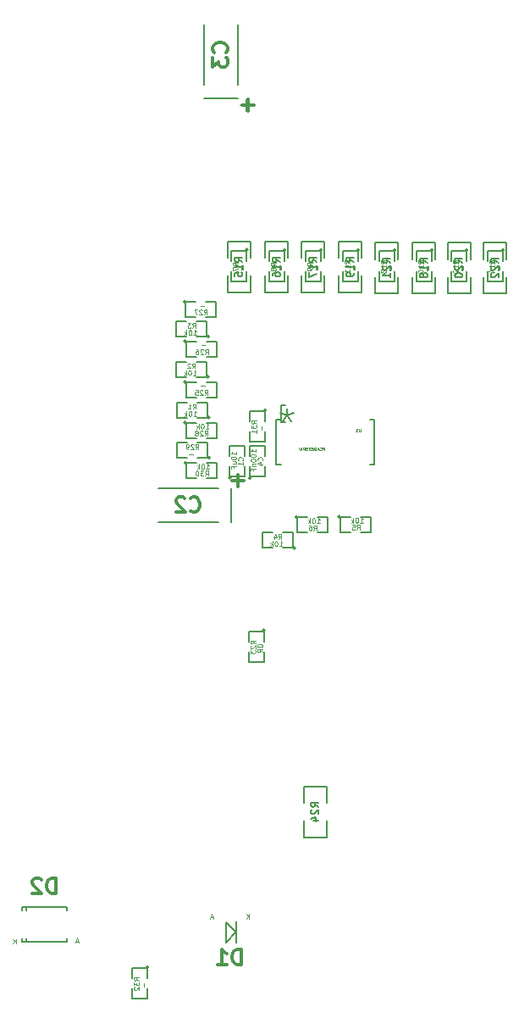
<source format=gbr>
%TF.GenerationSoftware,KiCad,Pcbnew,7.0.7-7.0.7~ubuntu23.04.1*%
%TF.CreationDate,2023-09-17T10:17:03+00:00*%
%TF.ProjectId,LED7SEG01,4c454437-5345-4473-9031-2e6b69636164,rev?*%
%TF.SameCoordinates,Original*%
%TF.FileFunction,Legend,Bot*%
%TF.FilePolarity,Positive*%
%FSLAX46Y46*%
G04 Gerber Fmt 4.6, Leading zero omitted, Abs format (unit mm)*
G04 Created by KiCad (PCBNEW 7.0.7-7.0.7~ubuntu23.04.1) date 2023-09-17 10:17:03*
%MOMM*%
%LPD*%
G01*
G04 APERTURE LIST*
%ADD10C,0.109220*%
%ADD11C,0.304800*%
%ADD12C,0.099060*%
%ADD13C,0.063500*%
%ADD14C,0.150000*%
%ADD15C,0.127000*%
%ADD16C,0.149860*%
G04 APERTURE END LIST*
D10*
X34480850Y57182596D02*
X34504678Y57206424D01*
X34504678Y57206424D02*
X34528505Y57277906D01*
X34528505Y57277906D02*
X34528505Y57325562D01*
X34528505Y57325562D02*
X34504678Y57397045D01*
X34504678Y57397045D02*
X34457022Y57444700D01*
X34457022Y57444700D02*
X34409367Y57468527D01*
X34409367Y57468527D02*
X34314057Y57492355D01*
X34314057Y57492355D02*
X34242574Y57492355D01*
X34242574Y57492355D02*
X34147263Y57468527D01*
X34147263Y57468527D02*
X34099608Y57444700D01*
X34099608Y57444700D02*
X34051953Y57397045D01*
X34051953Y57397045D02*
X34028125Y57325562D01*
X34028125Y57325562D02*
X34028125Y57277906D01*
X34028125Y57277906D02*
X34051953Y57206424D01*
X34051953Y57206424D02*
X34075780Y57182596D01*
X34528505Y56706044D02*
X34528505Y56991975D01*
X34528505Y56849009D02*
X34028125Y56849009D01*
X34028125Y56849009D02*
X34099608Y56896665D01*
X34099608Y56896665D02*
X34147263Y56944320D01*
X34147263Y56944320D02*
X34171091Y56991975D01*
X33830005Y57762321D02*
X33830005Y58048252D01*
X33830005Y57905286D02*
X33329625Y57905286D01*
X33329625Y57905286D02*
X33401108Y57952942D01*
X33401108Y57952942D02*
X33448763Y58000597D01*
X33448763Y58000597D02*
X33472591Y58048252D01*
X33329625Y57452562D02*
X33329625Y57404907D01*
X33329625Y57404907D02*
X33353453Y57357251D01*
X33353453Y57357251D02*
X33377280Y57333424D01*
X33377280Y57333424D02*
X33424936Y57309596D01*
X33424936Y57309596D02*
X33520246Y57285769D01*
X33520246Y57285769D02*
X33639384Y57285769D01*
X33639384Y57285769D02*
X33734695Y57309596D01*
X33734695Y57309596D02*
X33782350Y57333424D01*
X33782350Y57333424D02*
X33806178Y57357251D01*
X33806178Y57357251D02*
X33830005Y57404907D01*
X33830005Y57404907D02*
X33830005Y57452562D01*
X33830005Y57452562D02*
X33806178Y57500217D01*
X33806178Y57500217D02*
X33782350Y57524045D01*
X33782350Y57524045D02*
X33734695Y57547872D01*
X33734695Y57547872D02*
X33639384Y57571700D01*
X33639384Y57571700D02*
X33520246Y57571700D01*
X33520246Y57571700D02*
X33424936Y57547872D01*
X33424936Y57547872D02*
X33377280Y57524045D01*
X33377280Y57524045D02*
X33353453Y57500217D01*
X33353453Y57500217D02*
X33329625Y57452562D01*
X33496418Y56856872D02*
X33830005Y56856872D01*
X33496418Y57071320D02*
X33758522Y57071320D01*
X33758522Y57071320D02*
X33806178Y57047493D01*
X33806178Y57047493D02*
X33830005Y56999838D01*
X33830005Y56999838D02*
X33830005Y56928355D01*
X33830005Y56928355D02*
X33806178Y56880699D01*
X33806178Y56880699D02*
X33782350Y56856872D01*
X33567901Y56451802D02*
X33567901Y56618595D01*
X33830005Y56618595D02*
X33329625Y56618595D01*
X33329625Y56618595D02*
X33329625Y56380319D01*
D11*
X29283659Y52148261D02*
X29356231Y52075690D01*
X29356231Y52075690D02*
X29573945Y52003118D01*
X29573945Y52003118D02*
X29719088Y52003118D01*
X29719088Y52003118D02*
X29936802Y52075690D01*
X29936802Y52075690D02*
X30081945Y52220832D01*
X30081945Y52220832D02*
X30154516Y52365975D01*
X30154516Y52365975D02*
X30227088Y52656261D01*
X30227088Y52656261D02*
X30227088Y52873975D01*
X30227088Y52873975D02*
X30154516Y53164261D01*
X30154516Y53164261D02*
X30081945Y53309404D01*
X30081945Y53309404D02*
X29936802Y53454547D01*
X29936802Y53454547D02*
X29719088Y53527118D01*
X29719088Y53527118D02*
X29573945Y53527118D01*
X29573945Y53527118D02*
X29356231Y53454547D01*
X29356231Y53454547D02*
X29283659Y53381975D01*
X28703088Y53381975D02*
X28630516Y53454547D01*
X28630516Y53454547D02*
X28485374Y53527118D01*
X28485374Y53527118D02*
X28122516Y53527118D01*
X28122516Y53527118D02*
X27977374Y53454547D01*
X27977374Y53454547D02*
X27904802Y53381975D01*
X27904802Y53381975D02*
X27832231Y53236832D01*
X27832231Y53236832D02*
X27832231Y53091690D01*
X27832231Y53091690D02*
X27904802Y52873975D01*
X27904802Y52873975D02*
X28775659Y52003118D01*
X28775659Y52003118D02*
X27832231Y52003118D01*
X34621650Y55171950D02*
X33460508Y55171950D01*
X34041079Y54591378D02*
X34041079Y55752521D01*
X32865538Y97955099D02*
X32938110Y98027671D01*
X32938110Y98027671D02*
X33010681Y98245385D01*
X33010681Y98245385D02*
X33010681Y98390528D01*
X33010681Y98390528D02*
X32938110Y98608242D01*
X32938110Y98608242D02*
X32792967Y98753385D01*
X32792967Y98753385D02*
X32647824Y98825956D01*
X32647824Y98825956D02*
X32357538Y98898528D01*
X32357538Y98898528D02*
X32139824Y98898528D01*
X32139824Y98898528D02*
X31849538Y98825956D01*
X31849538Y98825956D02*
X31704395Y98753385D01*
X31704395Y98753385D02*
X31559252Y98608242D01*
X31559252Y98608242D02*
X31486681Y98390528D01*
X31486681Y98390528D02*
X31486681Y98245385D01*
X31486681Y98245385D02*
X31559252Y98027671D01*
X31559252Y98027671D02*
X31631824Y97955099D01*
X31486681Y97447099D02*
X31486681Y96503671D01*
X31486681Y96503671D02*
X32067252Y97011671D01*
X32067252Y97011671D02*
X32067252Y96793956D01*
X32067252Y96793956D02*
X32139824Y96648814D01*
X32139824Y96648814D02*
X32212395Y96576242D01*
X32212395Y96576242D02*
X32357538Y96503671D01*
X32357538Y96503671D02*
X32720395Y96503671D01*
X32720395Y96503671D02*
X32865538Y96576242D01*
X32865538Y96576242D02*
X32938110Y96648814D01*
X32938110Y96648814D02*
X33010681Y96793956D01*
X33010681Y96793956D02*
X33010681Y97229385D01*
X33010681Y97229385D02*
X32938110Y97374528D01*
X32938110Y97374528D02*
X32865538Y97447099D01*
X35018370Y93270250D02*
X35018370Y92109108D01*
X35598941Y92689679D02*
X34437798Y92689679D01*
D10*
X36462050Y57182596D02*
X36485878Y57206424D01*
X36485878Y57206424D02*
X36509705Y57277906D01*
X36509705Y57277906D02*
X36509705Y57325562D01*
X36509705Y57325562D02*
X36485878Y57397045D01*
X36485878Y57397045D02*
X36438222Y57444700D01*
X36438222Y57444700D02*
X36390567Y57468527D01*
X36390567Y57468527D02*
X36295257Y57492355D01*
X36295257Y57492355D02*
X36223774Y57492355D01*
X36223774Y57492355D02*
X36128463Y57468527D01*
X36128463Y57468527D02*
X36080808Y57444700D01*
X36080808Y57444700D02*
X36033153Y57397045D01*
X36033153Y57397045D02*
X36009325Y57325562D01*
X36009325Y57325562D02*
X36009325Y57277906D01*
X36009325Y57277906D02*
X36033153Y57206424D01*
X36033153Y57206424D02*
X36056980Y57182596D01*
X36176118Y56753699D02*
X36509705Y56753699D01*
X35985498Y56872837D02*
X36342912Y56991975D01*
X36342912Y56991975D02*
X36342912Y56682216D01*
X35811205Y58000597D02*
X35811205Y58286528D01*
X35811205Y58143562D02*
X35310825Y58143562D01*
X35310825Y58143562D02*
X35382308Y58191218D01*
X35382308Y58191218D02*
X35429963Y58238873D01*
X35429963Y58238873D02*
X35453791Y58286528D01*
X35310825Y57690838D02*
X35310825Y57643183D01*
X35310825Y57643183D02*
X35334653Y57595527D01*
X35334653Y57595527D02*
X35358480Y57571700D01*
X35358480Y57571700D02*
X35406136Y57547872D01*
X35406136Y57547872D02*
X35501446Y57524045D01*
X35501446Y57524045D02*
X35620584Y57524045D01*
X35620584Y57524045D02*
X35715895Y57547872D01*
X35715895Y57547872D02*
X35763550Y57571700D01*
X35763550Y57571700D02*
X35787378Y57595527D01*
X35787378Y57595527D02*
X35811205Y57643183D01*
X35811205Y57643183D02*
X35811205Y57690838D01*
X35811205Y57690838D02*
X35787378Y57738493D01*
X35787378Y57738493D02*
X35763550Y57762321D01*
X35763550Y57762321D02*
X35715895Y57786148D01*
X35715895Y57786148D02*
X35620584Y57809976D01*
X35620584Y57809976D02*
X35501446Y57809976D01*
X35501446Y57809976D02*
X35406136Y57786148D01*
X35406136Y57786148D02*
X35358480Y57762321D01*
X35358480Y57762321D02*
X35334653Y57738493D01*
X35334653Y57738493D02*
X35310825Y57690838D01*
X35310825Y57214286D02*
X35310825Y57166631D01*
X35310825Y57166631D02*
X35334653Y57118975D01*
X35334653Y57118975D02*
X35358480Y57095148D01*
X35358480Y57095148D02*
X35406136Y57071320D01*
X35406136Y57071320D02*
X35501446Y57047493D01*
X35501446Y57047493D02*
X35620584Y57047493D01*
X35620584Y57047493D02*
X35715895Y57071320D01*
X35715895Y57071320D02*
X35763550Y57095148D01*
X35763550Y57095148D02*
X35787378Y57118975D01*
X35787378Y57118975D02*
X35811205Y57166631D01*
X35811205Y57166631D02*
X35811205Y57214286D01*
X35811205Y57214286D02*
X35787378Y57261941D01*
X35787378Y57261941D02*
X35763550Y57285769D01*
X35763550Y57285769D02*
X35715895Y57309596D01*
X35715895Y57309596D02*
X35620584Y57333424D01*
X35620584Y57333424D02*
X35501446Y57333424D01*
X35501446Y57333424D02*
X35406136Y57309596D01*
X35406136Y57309596D02*
X35358480Y57285769D01*
X35358480Y57285769D02*
X35334653Y57261941D01*
X35334653Y57261941D02*
X35310825Y57214286D01*
X35477618Y56833044D02*
X35811205Y56833044D01*
X35525274Y56833044D02*
X35501446Y56809217D01*
X35501446Y56809217D02*
X35477618Y56761562D01*
X35477618Y56761562D02*
X35477618Y56690079D01*
X35477618Y56690079D02*
X35501446Y56642423D01*
X35501446Y56642423D02*
X35549101Y56618596D01*
X35549101Y56618596D02*
X35811205Y56618596D01*
X35549101Y56213526D02*
X35549101Y56380319D01*
X35811205Y56380319D02*
X35310825Y56380319D01*
X35310825Y56380319D02*
X35310825Y56142043D01*
D11*
X34348056Y6829218D02*
X34348056Y8353218D01*
X34348056Y8353218D02*
X33985199Y8353218D01*
X33985199Y8353218D02*
X33767485Y8280647D01*
X33767485Y8280647D02*
X33622342Y8135504D01*
X33622342Y8135504D02*
X33549771Y7990361D01*
X33549771Y7990361D02*
X33477199Y7700075D01*
X33477199Y7700075D02*
X33477199Y7482361D01*
X33477199Y7482361D02*
X33549771Y7192075D01*
X33549771Y7192075D02*
X33622342Y7046932D01*
X33622342Y7046932D02*
X33767485Y6901790D01*
X33767485Y6901790D02*
X33985199Y6829218D01*
X33985199Y6829218D02*
X34348056Y6829218D01*
X32025771Y6829218D02*
X32896628Y6829218D01*
X32461199Y6829218D02*
X32461199Y8353218D01*
X32461199Y8353218D02*
X32606342Y8135504D01*
X32606342Y8135504D02*
X32751485Y7990361D01*
X32751485Y7990361D02*
X32896628Y7917790D01*
D12*
X31541477Y11524432D02*
X31303201Y11524432D01*
X31589132Y11381466D02*
X31422339Y11881846D01*
X31422339Y11881846D02*
X31255546Y11381466D01*
X35155111Y11381466D02*
X35155111Y11881846D01*
X34869180Y11381466D02*
X35083629Y11667397D01*
X34869180Y11881846D02*
X35155111Y11595914D01*
D11*
X15806056Y13941218D02*
X15806056Y15465218D01*
X15806056Y15465218D02*
X15443199Y15465218D01*
X15443199Y15465218D02*
X15225485Y15392647D01*
X15225485Y15392647D02*
X15080342Y15247504D01*
X15080342Y15247504D02*
X15007771Y15102361D01*
X15007771Y15102361D02*
X14935199Y14812075D01*
X14935199Y14812075D02*
X14935199Y14594361D01*
X14935199Y14594361D02*
X15007771Y14304075D01*
X15007771Y14304075D02*
X15080342Y14158932D01*
X15080342Y14158932D02*
X15225485Y14013790D01*
X15225485Y14013790D02*
X15443199Y13941218D01*
X15443199Y13941218D02*
X15806056Y13941218D01*
X14354628Y15320075D02*
X14282056Y15392647D01*
X14282056Y15392647D02*
X14136914Y15465218D01*
X14136914Y15465218D02*
X13774056Y15465218D01*
X13774056Y15465218D02*
X13628914Y15392647D01*
X13628914Y15392647D02*
X13556342Y15320075D01*
X13556342Y15320075D02*
X13483771Y15174932D01*
X13483771Y15174932D02*
X13483771Y15029790D01*
X13483771Y15029790D02*
X13556342Y14812075D01*
X13556342Y14812075D02*
X14427199Y13941218D01*
X14427199Y13941218D02*
X13483771Y13941218D01*
D12*
X18099797Y9136832D02*
X17861521Y9136832D01*
X18147452Y8993866D02*
X17980659Y9494246D01*
X17980659Y9494246D02*
X17813866Y8993866D01*
X11812511Y8894806D02*
X11812511Y9395186D01*
X11526580Y8894806D02*
X11741029Y9180737D01*
X11526580Y9395186D02*
X11812511Y9109254D01*
D10*
X29509296Y62321694D02*
X29676089Y62559970D01*
X29795227Y62321694D02*
X29795227Y62822074D01*
X29795227Y62822074D02*
X29604606Y62822074D01*
X29604606Y62822074D02*
X29556951Y62798246D01*
X29556951Y62798246D02*
X29533124Y62774419D01*
X29533124Y62774419D02*
X29509296Y62726763D01*
X29509296Y62726763D02*
X29509296Y62655281D01*
X29509296Y62655281D02*
X29533124Y62607625D01*
X29533124Y62607625D02*
X29556951Y62583798D01*
X29556951Y62583798D02*
X29604606Y62559970D01*
X29604606Y62559970D02*
X29795227Y62559970D01*
X29032744Y62321694D02*
X29318675Y62321694D01*
X29175709Y62321694D02*
X29175709Y62822074D01*
X29175709Y62822074D02*
X29223365Y62750591D01*
X29223365Y62750591D02*
X29271020Y62702936D01*
X29271020Y62702936D02*
X29318675Y62679108D01*
X29596745Y61623194D02*
X29882676Y61623194D01*
X29739710Y61623194D02*
X29739710Y62123574D01*
X29739710Y62123574D02*
X29787366Y62052091D01*
X29787366Y62052091D02*
X29835021Y62004436D01*
X29835021Y62004436D02*
X29882676Y61980608D01*
X29286986Y62123574D02*
X29239331Y62123574D01*
X29239331Y62123574D02*
X29191675Y62099746D01*
X29191675Y62099746D02*
X29167848Y62075919D01*
X29167848Y62075919D02*
X29144020Y62028263D01*
X29144020Y62028263D02*
X29120193Y61932953D01*
X29120193Y61932953D02*
X29120193Y61813815D01*
X29120193Y61813815D02*
X29144020Y61718504D01*
X29144020Y61718504D02*
X29167848Y61670849D01*
X29167848Y61670849D02*
X29191675Y61647022D01*
X29191675Y61647022D02*
X29239331Y61623194D01*
X29239331Y61623194D02*
X29286986Y61623194D01*
X29286986Y61623194D02*
X29334641Y61647022D01*
X29334641Y61647022D02*
X29358469Y61670849D01*
X29358469Y61670849D02*
X29382296Y61718504D01*
X29382296Y61718504D02*
X29406124Y61813815D01*
X29406124Y61813815D02*
X29406124Y61932953D01*
X29406124Y61932953D02*
X29382296Y62028263D01*
X29382296Y62028263D02*
X29358469Y62075919D01*
X29358469Y62075919D02*
X29334641Y62099746D01*
X29334641Y62099746D02*
X29286986Y62123574D01*
X28905744Y61623194D02*
X28905744Y62123574D01*
X28858089Y61813815D02*
X28715123Y61623194D01*
X28715123Y61956781D02*
X28905744Y61766160D01*
X29458496Y66385694D02*
X29625289Y66623970D01*
X29744427Y66385694D02*
X29744427Y66886074D01*
X29744427Y66886074D02*
X29553806Y66886074D01*
X29553806Y66886074D02*
X29506151Y66862246D01*
X29506151Y66862246D02*
X29482324Y66838419D01*
X29482324Y66838419D02*
X29458496Y66790763D01*
X29458496Y66790763D02*
X29458496Y66719281D01*
X29458496Y66719281D02*
X29482324Y66671625D01*
X29482324Y66671625D02*
X29506151Y66647798D01*
X29506151Y66647798D02*
X29553806Y66623970D01*
X29553806Y66623970D02*
X29744427Y66623970D01*
X29267875Y66838419D02*
X29244047Y66862246D01*
X29244047Y66862246D02*
X29196392Y66886074D01*
X29196392Y66886074D02*
X29077254Y66886074D01*
X29077254Y66886074D02*
X29029599Y66862246D01*
X29029599Y66862246D02*
X29005771Y66838419D01*
X29005771Y66838419D02*
X28981944Y66790763D01*
X28981944Y66790763D02*
X28981944Y66743108D01*
X28981944Y66743108D02*
X29005771Y66671625D01*
X29005771Y66671625D02*
X29291703Y66385694D01*
X29291703Y66385694D02*
X28981944Y66385694D01*
X29545945Y65687194D02*
X29831876Y65687194D01*
X29688910Y65687194D02*
X29688910Y66187574D01*
X29688910Y66187574D02*
X29736566Y66116091D01*
X29736566Y66116091D02*
X29784221Y66068436D01*
X29784221Y66068436D02*
X29831876Y66044608D01*
X29236186Y66187574D02*
X29188531Y66187574D01*
X29188531Y66187574D02*
X29140875Y66163746D01*
X29140875Y66163746D02*
X29117048Y66139919D01*
X29117048Y66139919D02*
X29093220Y66092263D01*
X29093220Y66092263D02*
X29069393Y65996953D01*
X29069393Y65996953D02*
X29069393Y65877815D01*
X29069393Y65877815D02*
X29093220Y65782504D01*
X29093220Y65782504D02*
X29117048Y65734849D01*
X29117048Y65734849D02*
X29140875Y65711022D01*
X29140875Y65711022D02*
X29188531Y65687194D01*
X29188531Y65687194D02*
X29236186Y65687194D01*
X29236186Y65687194D02*
X29283841Y65711022D01*
X29283841Y65711022D02*
X29307669Y65734849D01*
X29307669Y65734849D02*
X29331496Y65782504D01*
X29331496Y65782504D02*
X29355324Y65877815D01*
X29355324Y65877815D02*
X29355324Y65996953D01*
X29355324Y65996953D02*
X29331496Y66092263D01*
X29331496Y66092263D02*
X29307669Y66139919D01*
X29307669Y66139919D02*
X29283841Y66163746D01*
X29283841Y66163746D02*
X29236186Y66187574D01*
X28854944Y65687194D02*
X28854944Y66187574D01*
X28807289Y65877815D02*
X28664323Y65687194D01*
X28664323Y66020781D02*
X28854944Y65830160D01*
X29496596Y70398894D02*
X29663389Y70637170D01*
X29782527Y70398894D02*
X29782527Y70899274D01*
X29782527Y70899274D02*
X29591906Y70899274D01*
X29591906Y70899274D02*
X29544251Y70875446D01*
X29544251Y70875446D02*
X29520424Y70851619D01*
X29520424Y70851619D02*
X29496596Y70803963D01*
X29496596Y70803963D02*
X29496596Y70732481D01*
X29496596Y70732481D02*
X29520424Y70684825D01*
X29520424Y70684825D02*
X29544251Y70660998D01*
X29544251Y70660998D02*
X29591906Y70637170D01*
X29591906Y70637170D02*
X29782527Y70637170D01*
X29329803Y70899274D02*
X29020044Y70899274D01*
X29020044Y70899274D02*
X29186837Y70708653D01*
X29186837Y70708653D02*
X29115354Y70708653D01*
X29115354Y70708653D02*
X29067699Y70684825D01*
X29067699Y70684825D02*
X29043871Y70660998D01*
X29043871Y70660998D02*
X29020044Y70613342D01*
X29020044Y70613342D02*
X29020044Y70494204D01*
X29020044Y70494204D02*
X29043871Y70446549D01*
X29043871Y70446549D02*
X29067699Y70422722D01*
X29067699Y70422722D02*
X29115354Y70398894D01*
X29115354Y70398894D02*
X29258320Y70398894D01*
X29258320Y70398894D02*
X29305975Y70422722D01*
X29305975Y70422722D02*
X29329803Y70446549D01*
X29584045Y69700394D02*
X29869976Y69700394D01*
X29727010Y69700394D02*
X29727010Y70200774D01*
X29727010Y70200774D02*
X29774666Y70129291D01*
X29774666Y70129291D02*
X29822321Y70081636D01*
X29822321Y70081636D02*
X29869976Y70057808D01*
X29274286Y70200774D02*
X29226631Y70200774D01*
X29226631Y70200774D02*
X29178975Y70176946D01*
X29178975Y70176946D02*
X29155148Y70153119D01*
X29155148Y70153119D02*
X29131320Y70105463D01*
X29131320Y70105463D02*
X29107493Y70010153D01*
X29107493Y70010153D02*
X29107493Y69891015D01*
X29107493Y69891015D02*
X29131320Y69795704D01*
X29131320Y69795704D02*
X29155148Y69748049D01*
X29155148Y69748049D02*
X29178975Y69724222D01*
X29178975Y69724222D02*
X29226631Y69700394D01*
X29226631Y69700394D02*
X29274286Y69700394D01*
X29274286Y69700394D02*
X29321941Y69724222D01*
X29321941Y69724222D02*
X29345769Y69748049D01*
X29345769Y69748049D02*
X29369596Y69795704D01*
X29369596Y69795704D02*
X29393424Y69891015D01*
X29393424Y69891015D02*
X29393424Y70010153D01*
X29393424Y70010153D02*
X29369596Y70105463D01*
X29369596Y70105463D02*
X29345769Y70153119D01*
X29345769Y70153119D02*
X29321941Y70176946D01*
X29321941Y70176946D02*
X29274286Y70200774D01*
X28893044Y69700394D02*
X28893044Y70200774D01*
X28845389Y69891015D02*
X28702423Y69700394D01*
X28702423Y70033981D02*
X28893044Y69843360D01*
X38081796Y49316894D02*
X38248589Y49555170D01*
X38367727Y49316894D02*
X38367727Y49817274D01*
X38367727Y49817274D02*
X38177106Y49817274D01*
X38177106Y49817274D02*
X38129451Y49793446D01*
X38129451Y49793446D02*
X38105624Y49769619D01*
X38105624Y49769619D02*
X38081796Y49721963D01*
X38081796Y49721963D02*
X38081796Y49650481D01*
X38081796Y49650481D02*
X38105624Y49602825D01*
X38105624Y49602825D02*
X38129451Y49578998D01*
X38129451Y49578998D02*
X38177106Y49555170D01*
X38177106Y49555170D02*
X38367727Y49555170D01*
X37652899Y49650481D02*
X37652899Y49316894D01*
X37772037Y49841102D02*
X37891175Y49483687D01*
X37891175Y49483687D02*
X37581416Y49483687D01*
X38169245Y48618394D02*
X38455176Y48618394D01*
X38312210Y48618394D02*
X38312210Y49118774D01*
X38312210Y49118774D02*
X38359866Y49047291D01*
X38359866Y49047291D02*
X38407521Y48999636D01*
X38407521Y48999636D02*
X38455176Y48975808D01*
X37859486Y49118774D02*
X37811831Y49118774D01*
X37811831Y49118774D02*
X37764175Y49094946D01*
X37764175Y49094946D02*
X37740348Y49071119D01*
X37740348Y49071119D02*
X37716520Y49023463D01*
X37716520Y49023463D02*
X37692693Y48928153D01*
X37692693Y48928153D02*
X37692693Y48809015D01*
X37692693Y48809015D02*
X37716520Y48713704D01*
X37716520Y48713704D02*
X37740348Y48666049D01*
X37740348Y48666049D02*
X37764175Y48642222D01*
X37764175Y48642222D02*
X37811831Y48618394D01*
X37811831Y48618394D02*
X37859486Y48618394D01*
X37859486Y48618394D02*
X37907141Y48642222D01*
X37907141Y48642222D02*
X37930969Y48666049D01*
X37930969Y48666049D02*
X37954796Y48713704D01*
X37954796Y48713704D02*
X37978624Y48809015D01*
X37978624Y48809015D02*
X37978624Y48928153D01*
X37978624Y48928153D02*
X37954796Y49023463D01*
X37954796Y49023463D02*
X37930969Y49071119D01*
X37930969Y49071119D02*
X37907141Y49094946D01*
X37907141Y49094946D02*
X37859486Y49118774D01*
X37478244Y48618394D02*
X37478244Y49118774D01*
X37430589Y48809015D02*
X37287623Y48618394D01*
X37287623Y48951981D02*
X37478244Y48761360D01*
X45917696Y50256694D02*
X46084489Y50494970D01*
X46203627Y50256694D02*
X46203627Y50757074D01*
X46203627Y50757074D02*
X46013006Y50757074D01*
X46013006Y50757074D02*
X45965351Y50733246D01*
X45965351Y50733246D02*
X45941524Y50709419D01*
X45941524Y50709419D02*
X45917696Y50661763D01*
X45917696Y50661763D02*
X45917696Y50590281D01*
X45917696Y50590281D02*
X45941524Y50542625D01*
X45941524Y50542625D02*
X45965351Y50518798D01*
X45965351Y50518798D02*
X46013006Y50494970D01*
X46013006Y50494970D02*
X46203627Y50494970D01*
X45464971Y50757074D02*
X45703247Y50757074D01*
X45703247Y50757074D02*
X45727075Y50518798D01*
X45727075Y50518798D02*
X45703247Y50542625D01*
X45703247Y50542625D02*
X45655592Y50566453D01*
X45655592Y50566453D02*
X45536454Y50566453D01*
X45536454Y50566453D02*
X45488799Y50542625D01*
X45488799Y50542625D02*
X45464971Y50518798D01*
X45464971Y50518798D02*
X45441144Y50471142D01*
X45441144Y50471142D02*
X45441144Y50352004D01*
X45441144Y50352004D02*
X45464971Y50304349D01*
X45464971Y50304349D02*
X45488799Y50280522D01*
X45488799Y50280522D02*
X45536454Y50256694D01*
X45536454Y50256694D02*
X45655592Y50256694D01*
X45655592Y50256694D02*
X45703247Y50280522D01*
X45703247Y50280522D02*
X45727075Y50304349D01*
X46259145Y50955194D02*
X46545076Y50955194D01*
X46402110Y50955194D02*
X46402110Y51455574D01*
X46402110Y51455574D02*
X46449766Y51384091D01*
X46449766Y51384091D02*
X46497421Y51336436D01*
X46497421Y51336436D02*
X46545076Y51312608D01*
X45949386Y51455574D02*
X45901731Y51455574D01*
X45901731Y51455574D02*
X45854075Y51431746D01*
X45854075Y51431746D02*
X45830248Y51407919D01*
X45830248Y51407919D02*
X45806420Y51360263D01*
X45806420Y51360263D02*
X45782593Y51264953D01*
X45782593Y51264953D02*
X45782593Y51145815D01*
X45782593Y51145815D02*
X45806420Y51050504D01*
X45806420Y51050504D02*
X45830248Y51002849D01*
X45830248Y51002849D02*
X45854075Y50979022D01*
X45854075Y50979022D02*
X45901731Y50955194D01*
X45901731Y50955194D02*
X45949386Y50955194D01*
X45949386Y50955194D02*
X45997041Y50979022D01*
X45997041Y50979022D02*
X46020869Y51002849D01*
X46020869Y51002849D02*
X46044696Y51050504D01*
X46044696Y51050504D02*
X46068524Y51145815D01*
X46068524Y51145815D02*
X46068524Y51264953D01*
X46068524Y51264953D02*
X46044696Y51360263D01*
X46044696Y51360263D02*
X46020869Y51407919D01*
X46020869Y51407919D02*
X45997041Y51431746D01*
X45997041Y51431746D02*
X45949386Y51455574D01*
X45568144Y50955194D02*
X45568144Y51455574D01*
X45520489Y51145815D02*
X45377523Y50955194D01*
X45377523Y51288781D02*
X45568144Y51098160D01*
X41586996Y50205894D02*
X41753789Y50444170D01*
X41872927Y50205894D02*
X41872927Y50706274D01*
X41872927Y50706274D02*
X41682306Y50706274D01*
X41682306Y50706274D02*
X41634651Y50682446D01*
X41634651Y50682446D02*
X41610824Y50658619D01*
X41610824Y50658619D02*
X41586996Y50610963D01*
X41586996Y50610963D02*
X41586996Y50539481D01*
X41586996Y50539481D02*
X41610824Y50491825D01*
X41610824Y50491825D02*
X41634651Y50467998D01*
X41634651Y50467998D02*
X41682306Y50444170D01*
X41682306Y50444170D02*
X41872927Y50444170D01*
X41158099Y50706274D02*
X41253409Y50706274D01*
X41253409Y50706274D02*
X41301065Y50682446D01*
X41301065Y50682446D02*
X41324892Y50658619D01*
X41324892Y50658619D02*
X41372547Y50587136D01*
X41372547Y50587136D02*
X41396375Y50491825D01*
X41396375Y50491825D02*
X41396375Y50301204D01*
X41396375Y50301204D02*
X41372547Y50253549D01*
X41372547Y50253549D02*
X41348720Y50229722D01*
X41348720Y50229722D02*
X41301065Y50205894D01*
X41301065Y50205894D02*
X41205754Y50205894D01*
X41205754Y50205894D02*
X41158099Y50229722D01*
X41158099Y50229722D02*
X41134271Y50253549D01*
X41134271Y50253549D02*
X41110444Y50301204D01*
X41110444Y50301204D02*
X41110444Y50420342D01*
X41110444Y50420342D02*
X41134271Y50467998D01*
X41134271Y50467998D02*
X41158099Y50491825D01*
X41158099Y50491825D02*
X41205754Y50515653D01*
X41205754Y50515653D02*
X41301065Y50515653D01*
X41301065Y50515653D02*
X41348720Y50491825D01*
X41348720Y50491825D02*
X41372547Y50467998D01*
X41372547Y50467998D02*
X41396375Y50420342D01*
X41928445Y50904394D02*
X42214376Y50904394D01*
X42071410Y50904394D02*
X42071410Y51404774D01*
X42071410Y51404774D02*
X42119066Y51333291D01*
X42119066Y51333291D02*
X42166721Y51285636D01*
X42166721Y51285636D02*
X42214376Y51261808D01*
X41618686Y51404774D02*
X41571031Y51404774D01*
X41571031Y51404774D02*
X41523375Y51380946D01*
X41523375Y51380946D02*
X41499548Y51357119D01*
X41499548Y51357119D02*
X41475720Y51309463D01*
X41475720Y51309463D02*
X41451893Y51214153D01*
X41451893Y51214153D02*
X41451893Y51095015D01*
X41451893Y51095015D02*
X41475720Y50999704D01*
X41475720Y50999704D02*
X41499548Y50952049D01*
X41499548Y50952049D02*
X41523375Y50928222D01*
X41523375Y50928222D02*
X41571031Y50904394D01*
X41571031Y50904394D02*
X41618686Y50904394D01*
X41618686Y50904394D02*
X41666341Y50928222D01*
X41666341Y50928222D02*
X41690169Y50952049D01*
X41690169Y50952049D02*
X41713996Y50999704D01*
X41713996Y50999704D02*
X41737824Y51095015D01*
X41737824Y51095015D02*
X41737824Y51214153D01*
X41737824Y51214153D02*
X41713996Y51309463D01*
X41713996Y51309463D02*
X41690169Y51357119D01*
X41690169Y51357119D02*
X41666341Y51380946D01*
X41666341Y51380946D02*
X41618686Y51404774D01*
X41237444Y50904394D02*
X41237444Y51404774D01*
X41189789Y51095015D02*
X41046823Y50904394D01*
X41046823Y51237981D02*
X41237444Y51047360D01*
X34045905Y76651696D02*
X33807629Y76818489D01*
X34045905Y76937627D02*
X33545525Y76937627D01*
X33545525Y76937627D02*
X33545525Y76747006D01*
X33545525Y76747006D02*
X33569353Y76699351D01*
X33569353Y76699351D02*
X33593180Y76675524D01*
X33593180Y76675524D02*
X33640836Y76651696D01*
X33640836Y76651696D02*
X33712318Y76651696D01*
X33712318Y76651696D02*
X33759974Y76675524D01*
X33759974Y76675524D02*
X33783801Y76699351D01*
X33783801Y76699351D02*
X33807629Y76747006D01*
X33807629Y76747006D02*
X33807629Y76937627D01*
X33545525Y76484903D02*
X33545525Y76151316D01*
X33545525Y76151316D02*
X34045905Y76365765D01*
X34553784Y76631920D02*
X34553784Y76250679D01*
X37805105Y76638996D02*
X37566829Y76805789D01*
X37805105Y76924927D02*
X37304725Y76924927D01*
X37304725Y76924927D02*
X37304725Y76734306D01*
X37304725Y76734306D02*
X37328553Y76686651D01*
X37328553Y76686651D02*
X37352380Y76662824D01*
X37352380Y76662824D02*
X37400036Y76638996D01*
X37400036Y76638996D02*
X37471518Y76638996D01*
X37471518Y76638996D02*
X37519174Y76662824D01*
X37519174Y76662824D02*
X37543001Y76686651D01*
X37543001Y76686651D02*
X37566829Y76734306D01*
X37566829Y76734306D02*
X37566829Y76924927D01*
X37519174Y76353065D02*
X37495346Y76400720D01*
X37495346Y76400720D02*
X37471518Y76424547D01*
X37471518Y76424547D02*
X37423863Y76448375D01*
X37423863Y76448375D02*
X37400036Y76448375D01*
X37400036Y76448375D02*
X37352380Y76424547D01*
X37352380Y76424547D02*
X37328553Y76400720D01*
X37328553Y76400720D02*
X37304725Y76353065D01*
X37304725Y76353065D02*
X37304725Y76257754D01*
X37304725Y76257754D02*
X37328553Y76210099D01*
X37328553Y76210099D02*
X37352380Y76186271D01*
X37352380Y76186271D02*
X37400036Y76162444D01*
X37400036Y76162444D02*
X37423863Y76162444D01*
X37423863Y76162444D02*
X37471518Y76186271D01*
X37471518Y76186271D02*
X37495346Y76210099D01*
X37495346Y76210099D02*
X37519174Y76257754D01*
X37519174Y76257754D02*
X37519174Y76353065D01*
X37519174Y76353065D02*
X37543001Y76400720D01*
X37543001Y76400720D02*
X37566829Y76424547D01*
X37566829Y76424547D02*
X37614484Y76448375D01*
X37614484Y76448375D02*
X37709795Y76448375D01*
X37709795Y76448375D02*
X37757450Y76424547D01*
X37757450Y76424547D02*
X37781278Y76400720D01*
X37781278Y76400720D02*
X37805105Y76353065D01*
X37805105Y76353065D02*
X37805105Y76257754D01*
X37805105Y76257754D02*
X37781278Y76210099D01*
X37781278Y76210099D02*
X37757450Y76186271D01*
X37757450Y76186271D02*
X37709795Y76162444D01*
X37709795Y76162444D02*
X37614484Y76162444D01*
X37614484Y76162444D02*
X37566829Y76186271D01*
X37566829Y76186271D02*
X37543001Y76210099D01*
X37543001Y76210099D02*
X37519174Y76257754D01*
X38312984Y76619220D02*
X38312984Y76237979D01*
X41462705Y76638996D02*
X41224429Y76805789D01*
X41462705Y76924927D02*
X40962325Y76924927D01*
X40962325Y76924927D02*
X40962325Y76734306D01*
X40962325Y76734306D02*
X40986153Y76686651D01*
X40986153Y76686651D02*
X41009980Y76662824D01*
X41009980Y76662824D02*
X41057636Y76638996D01*
X41057636Y76638996D02*
X41129118Y76638996D01*
X41129118Y76638996D02*
X41176774Y76662824D01*
X41176774Y76662824D02*
X41200601Y76686651D01*
X41200601Y76686651D02*
X41224429Y76734306D01*
X41224429Y76734306D02*
X41224429Y76924927D01*
X41462705Y76400720D02*
X41462705Y76305409D01*
X41462705Y76305409D02*
X41438878Y76257754D01*
X41438878Y76257754D02*
X41415050Y76233926D01*
X41415050Y76233926D02*
X41343567Y76186271D01*
X41343567Y76186271D02*
X41248257Y76162444D01*
X41248257Y76162444D02*
X41057636Y76162444D01*
X41057636Y76162444D02*
X41009980Y76186271D01*
X41009980Y76186271D02*
X40986153Y76210099D01*
X40986153Y76210099D02*
X40962325Y76257754D01*
X40962325Y76257754D02*
X40962325Y76353065D01*
X40962325Y76353065D02*
X40986153Y76400720D01*
X40986153Y76400720D02*
X41009980Y76424547D01*
X41009980Y76424547D02*
X41057636Y76448375D01*
X41057636Y76448375D02*
X41176774Y76448375D01*
X41176774Y76448375D02*
X41224429Y76424547D01*
X41224429Y76424547D02*
X41248257Y76400720D01*
X41248257Y76400720D02*
X41272084Y76353065D01*
X41272084Y76353065D02*
X41272084Y76257754D01*
X41272084Y76257754D02*
X41248257Y76210099D01*
X41248257Y76210099D02*
X41224429Y76186271D01*
X41224429Y76186271D02*
X41176774Y76162444D01*
X41970584Y76619220D02*
X41970584Y76237979D01*
X52537105Y76877272D02*
X52298829Y77044065D01*
X52537105Y77163203D02*
X52036725Y77163203D01*
X52036725Y77163203D02*
X52036725Y76972582D01*
X52036725Y76972582D02*
X52060553Y76924927D01*
X52060553Y76924927D02*
X52084380Y76901100D01*
X52084380Y76901100D02*
X52132036Y76877272D01*
X52132036Y76877272D02*
X52203518Y76877272D01*
X52203518Y76877272D02*
X52251174Y76901100D01*
X52251174Y76901100D02*
X52275001Y76924927D01*
X52275001Y76924927D02*
X52298829Y76972582D01*
X52298829Y76972582D02*
X52298829Y77163203D01*
X52537105Y76400720D02*
X52537105Y76686651D01*
X52537105Y76543685D02*
X52036725Y76543685D01*
X52036725Y76543685D02*
X52108208Y76591341D01*
X52108208Y76591341D02*
X52155863Y76638996D01*
X52155863Y76638996D02*
X52179691Y76686651D01*
X52036725Y76090961D02*
X52036725Y76043306D01*
X52036725Y76043306D02*
X52060553Y75995650D01*
X52060553Y75995650D02*
X52084380Y75971823D01*
X52084380Y75971823D02*
X52132036Y75947995D01*
X52132036Y75947995D02*
X52227346Y75924168D01*
X52227346Y75924168D02*
X52346484Y75924168D01*
X52346484Y75924168D02*
X52441795Y75947995D01*
X52441795Y75947995D02*
X52489450Y75971823D01*
X52489450Y75971823D02*
X52513278Y75995650D01*
X52513278Y75995650D02*
X52537105Y76043306D01*
X52537105Y76043306D02*
X52537105Y76090961D01*
X52537105Y76090961D02*
X52513278Y76138616D01*
X52513278Y76138616D02*
X52489450Y76162444D01*
X52489450Y76162444D02*
X52441795Y76186271D01*
X52441795Y76186271D02*
X52346484Y76210099D01*
X52346484Y76210099D02*
X52227346Y76210099D01*
X52227346Y76210099D02*
X52132036Y76186271D01*
X52132036Y76186271D02*
X52084380Y76162444D01*
X52084380Y76162444D02*
X52060553Y76138616D01*
X52060553Y76138616D02*
X52036725Y76090961D01*
X53044984Y76619220D02*
X53044984Y76237979D01*
X45171105Y76877272D02*
X44932829Y77044065D01*
X45171105Y77163203D02*
X44670725Y77163203D01*
X44670725Y77163203D02*
X44670725Y76972582D01*
X44670725Y76972582D02*
X44694553Y76924927D01*
X44694553Y76924927D02*
X44718380Y76901100D01*
X44718380Y76901100D02*
X44766036Y76877272D01*
X44766036Y76877272D02*
X44837518Y76877272D01*
X44837518Y76877272D02*
X44885174Y76901100D01*
X44885174Y76901100D02*
X44909001Y76924927D01*
X44909001Y76924927D02*
X44932829Y76972582D01*
X44932829Y76972582D02*
X44932829Y77163203D01*
X45171105Y76400720D02*
X45171105Y76686651D01*
X45171105Y76543685D02*
X44670725Y76543685D01*
X44670725Y76543685D02*
X44742208Y76591341D01*
X44742208Y76591341D02*
X44789863Y76638996D01*
X44789863Y76638996D02*
X44813691Y76686651D01*
X45171105Y75924168D02*
X45171105Y76210099D01*
X45171105Y76067133D02*
X44670725Y76067133D01*
X44670725Y76067133D02*
X44742208Y76114789D01*
X44742208Y76114789D02*
X44789863Y76162444D01*
X44789863Y76162444D02*
X44813691Y76210099D01*
X45678984Y76619220D02*
X45678984Y76237979D01*
X56042305Y76877272D02*
X55804029Y77044065D01*
X56042305Y77163203D02*
X55541925Y77163203D01*
X55541925Y77163203D02*
X55541925Y76972582D01*
X55541925Y76972582D02*
X55565753Y76924927D01*
X55565753Y76924927D02*
X55589580Y76901100D01*
X55589580Y76901100D02*
X55637236Y76877272D01*
X55637236Y76877272D02*
X55708718Y76877272D01*
X55708718Y76877272D02*
X55756374Y76901100D01*
X55756374Y76901100D02*
X55780201Y76924927D01*
X55780201Y76924927D02*
X55804029Y76972582D01*
X55804029Y76972582D02*
X55804029Y77163203D01*
X56042305Y76400720D02*
X56042305Y76686651D01*
X56042305Y76543685D02*
X55541925Y76543685D01*
X55541925Y76543685D02*
X55613408Y76591341D01*
X55613408Y76591341D02*
X55661063Y76638996D01*
X55661063Y76638996D02*
X55684891Y76686651D01*
X55589580Y76210099D02*
X55565753Y76186271D01*
X55565753Y76186271D02*
X55541925Y76138616D01*
X55541925Y76138616D02*
X55541925Y76019478D01*
X55541925Y76019478D02*
X55565753Y75971823D01*
X55565753Y75971823D02*
X55589580Y75947995D01*
X55589580Y75947995D02*
X55637236Y75924168D01*
X55637236Y75924168D02*
X55684891Y75924168D01*
X55684891Y75924168D02*
X55756374Y75947995D01*
X55756374Y75947995D02*
X56042305Y76233927D01*
X56042305Y76233927D02*
X56042305Y75924168D01*
X56550184Y76619220D02*
X56550184Y76237979D01*
X48828705Y76877272D02*
X48590429Y77044065D01*
X48828705Y77163203D02*
X48328325Y77163203D01*
X48328325Y77163203D02*
X48328325Y76972582D01*
X48328325Y76972582D02*
X48352153Y76924927D01*
X48352153Y76924927D02*
X48375980Y76901100D01*
X48375980Y76901100D02*
X48423636Y76877272D01*
X48423636Y76877272D02*
X48495118Y76877272D01*
X48495118Y76877272D02*
X48542774Y76901100D01*
X48542774Y76901100D02*
X48566601Y76924927D01*
X48566601Y76924927D02*
X48590429Y76972582D01*
X48590429Y76972582D02*
X48590429Y77163203D01*
X48828705Y76400720D02*
X48828705Y76686651D01*
X48828705Y76543685D02*
X48328325Y76543685D01*
X48328325Y76543685D02*
X48399808Y76591341D01*
X48399808Y76591341D02*
X48447463Y76638996D01*
X48447463Y76638996D02*
X48471291Y76686651D01*
X48328325Y76233927D02*
X48328325Y75924168D01*
X48328325Y75924168D02*
X48518946Y76090961D01*
X48518946Y76090961D02*
X48518946Y76019478D01*
X48518946Y76019478D02*
X48542774Y75971823D01*
X48542774Y75971823D02*
X48566601Y75947995D01*
X48566601Y75947995D02*
X48614257Y75924168D01*
X48614257Y75924168D02*
X48733395Y75924168D01*
X48733395Y75924168D02*
X48781050Y75947995D01*
X48781050Y75947995D02*
X48804878Y75971823D01*
X48804878Y75971823D02*
X48828705Y76019478D01*
X48828705Y76019478D02*
X48828705Y76162444D01*
X48828705Y76162444D02*
X48804878Y76210099D01*
X48804878Y76210099D02*
X48781050Y76233927D01*
X49336584Y76619220D02*
X49336584Y76237979D01*
X59649105Y76877272D02*
X59410829Y77044065D01*
X59649105Y77163203D02*
X59148725Y77163203D01*
X59148725Y77163203D02*
X59148725Y76972582D01*
X59148725Y76972582D02*
X59172553Y76924927D01*
X59172553Y76924927D02*
X59196380Y76901100D01*
X59196380Y76901100D02*
X59244036Y76877272D01*
X59244036Y76877272D02*
X59315518Y76877272D01*
X59315518Y76877272D02*
X59363174Y76901100D01*
X59363174Y76901100D02*
X59387001Y76924927D01*
X59387001Y76924927D02*
X59410829Y76972582D01*
X59410829Y76972582D02*
X59410829Y77163203D01*
X59649105Y76400720D02*
X59649105Y76686651D01*
X59649105Y76543685D02*
X59148725Y76543685D01*
X59148725Y76543685D02*
X59220208Y76591341D01*
X59220208Y76591341D02*
X59267863Y76638996D01*
X59267863Y76638996D02*
X59291691Y76686651D01*
X59315518Y75971823D02*
X59649105Y75971823D01*
X59124898Y76090961D02*
X59482312Y76210099D01*
X59482312Y76210099D02*
X59482312Y75900340D01*
X60156984Y76619220D02*
X60156984Y76237979D01*
D13*
X46303958Y60362365D02*
X46303958Y60119735D01*
X46303958Y60119735D02*
X46289685Y60091190D01*
X46289685Y60091190D02*
X46275413Y60076918D01*
X46275413Y60076918D02*
X46246868Y60062645D01*
X46246868Y60062645D02*
X46189779Y60062645D01*
X46189779Y60062645D02*
X46161234Y60076918D01*
X46161234Y60076918D02*
X46146961Y60091190D01*
X46146961Y60091190D02*
X46132689Y60119735D01*
X46132689Y60119735D02*
X46132689Y60362365D01*
X45832969Y60062645D02*
X46004238Y60062645D01*
X45918604Y60062645D02*
X45918604Y60362365D01*
X45918604Y60362365D02*
X45947148Y60319548D01*
X45947148Y60319548D02*
X45975693Y60291003D01*
X45975693Y60291003D02*
X46004238Y60276731D01*
X42688934Y58183045D02*
X42688934Y58482765D01*
X42688934Y58482765D02*
X42574755Y58482765D01*
X42574755Y58482765D02*
X42546210Y58468493D01*
X42546210Y58468493D02*
X42531937Y58454220D01*
X42531937Y58454220D02*
X42517665Y58425676D01*
X42517665Y58425676D02*
X42517665Y58382858D01*
X42517665Y58382858D02*
X42531937Y58354314D01*
X42531937Y58354314D02*
X42546210Y58340041D01*
X42546210Y58340041D02*
X42574755Y58325769D01*
X42574755Y58325769D02*
X42688934Y58325769D01*
X42217945Y58211590D02*
X42232217Y58197318D01*
X42232217Y58197318D02*
X42275035Y58183045D01*
X42275035Y58183045D02*
X42303579Y58183045D01*
X42303579Y58183045D02*
X42346396Y58197318D01*
X42346396Y58197318D02*
X42374941Y58225862D01*
X42374941Y58225862D02*
X42389214Y58254407D01*
X42389214Y58254407D02*
X42403486Y58311497D01*
X42403486Y58311497D02*
X42403486Y58354314D01*
X42403486Y58354314D02*
X42389214Y58411403D01*
X42389214Y58411403D02*
X42374941Y58439948D01*
X42374941Y58439948D02*
X42346396Y58468493D01*
X42346396Y58468493D02*
X42303579Y58482765D01*
X42303579Y58482765D02*
X42275035Y58482765D01*
X42275035Y58482765D02*
X42232217Y58468493D01*
X42232217Y58468493D02*
X42217945Y58454220D01*
X42103766Y58268679D02*
X41961042Y58268679D01*
X42132311Y58183045D02*
X42032404Y58482765D01*
X42032404Y58482765D02*
X41932497Y58183045D01*
X41818318Y58183045D02*
X41761229Y58183045D01*
X41761229Y58183045D02*
X41732684Y58197318D01*
X41732684Y58197318D02*
X41718412Y58211590D01*
X41718412Y58211590D02*
X41689867Y58254407D01*
X41689867Y58254407D02*
X41675594Y58311497D01*
X41675594Y58311497D02*
X41675594Y58425676D01*
X41675594Y58425676D02*
X41689867Y58454220D01*
X41689867Y58454220D02*
X41704139Y58468493D01*
X41704139Y58468493D02*
X41732684Y58482765D01*
X41732684Y58482765D02*
X41789773Y58482765D01*
X41789773Y58482765D02*
X41818318Y58468493D01*
X41818318Y58468493D02*
X41832591Y58454220D01*
X41832591Y58454220D02*
X41846863Y58425676D01*
X41846863Y58425676D02*
X41846863Y58354314D01*
X41846863Y58354314D02*
X41832591Y58325769D01*
X41832591Y58325769D02*
X41818318Y58311497D01*
X41818318Y58311497D02*
X41789773Y58297224D01*
X41789773Y58297224D02*
X41732684Y58297224D01*
X41732684Y58297224D02*
X41704139Y58311497D01*
X41704139Y58311497D02*
X41689867Y58325769D01*
X41689867Y58325769D02*
X41675594Y58354314D01*
X41418691Y58482765D02*
X41475781Y58482765D01*
X41475781Y58482765D02*
X41504325Y58468493D01*
X41504325Y58468493D02*
X41518598Y58454220D01*
X41518598Y58454220D02*
X41547143Y58411403D01*
X41547143Y58411403D02*
X41561415Y58354314D01*
X41561415Y58354314D02*
X41561415Y58240135D01*
X41561415Y58240135D02*
X41547143Y58211590D01*
X41547143Y58211590D02*
X41532870Y58197318D01*
X41532870Y58197318D02*
X41504325Y58183045D01*
X41504325Y58183045D02*
X41447236Y58183045D01*
X41447236Y58183045D02*
X41418691Y58197318D01*
X41418691Y58197318D02*
X41404419Y58211590D01*
X41404419Y58211590D02*
X41390146Y58240135D01*
X41390146Y58240135D02*
X41390146Y58311497D01*
X41390146Y58311497D02*
X41404419Y58340041D01*
X41404419Y58340041D02*
X41418691Y58354314D01*
X41418691Y58354314D02*
X41447236Y58368586D01*
X41447236Y58368586D02*
X41504325Y58368586D01*
X41504325Y58368586D02*
X41532870Y58354314D01*
X41532870Y58354314D02*
X41547143Y58340041D01*
X41547143Y58340041D02*
X41561415Y58311497D01*
X41290239Y58482765D02*
X41104698Y58482765D01*
X41104698Y58482765D02*
X41204605Y58368586D01*
X41204605Y58368586D02*
X41161788Y58368586D01*
X41161788Y58368586D02*
X41133243Y58354314D01*
X41133243Y58354314D02*
X41118971Y58340041D01*
X41118971Y58340041D02*
X41104698Y58311497D01*
X41104698Y58311497D02*
X41104698Y58240135D01*
X41104698Y58240135D02*
X41118971Y58211590D01*
X41118971Y58211590D02*
X41133243Y58197318D01*
X41133243Y58197318D02*
X41161788Y58183045D01*
X41161788Y58183045D02*
X41247422Y58183045D01*
X41247422Y58183045D02*
X41275967Y58197318D01*
X41275967Y58197318D02*
X41290239Y58211590D01*
X40833523Y58482765D02*
X40976247Y58482765D01*
X40976247Y58482765D02*
X40990519Y58340041D01*
X40990519Y58340041D02*
X40976247Y58354314D01*
X40976247Y58354314D02*
X40947702Y58368586D01*
X40947702Y58368586D02*
X40876340Y58368586D01*
X40876340Y58368586D02*
X40847795Y58354314D01*
X40847795Y58354314D02*
X40833523Y58340041D01*
X40833523Y58340041D02*
X40819250Y58311497D01*
X40819250Y58311497D02*
X40819250Y58240135D01*
X40819250Y58240135D02*
X40833523Y58211590D01*
X40833523Y58211590D02*
X40847795Y58197318D01*
X40847795Y58197318D02*
X40876340Y58183045D01*
X40876340Y58183045D02*
X40947702Y58183045D01*
X40947702Y58183045D02*
X40976247Y58197318D01*
X40976247Y58197318D02*
X40990519Y58211590D01*
X40690799Y58183045D02*
X40690799Y58482765D01*
X40690799Y58482765D02*
X40576620Y58482765D01*
X40576620Y58482765D02*
X40548075Y58468493D01*
X40548075Y58468493D02*
X40533802Y58454220D01*
X40533802Y58454220D02*
X40519530Y58425676D01*
X40519530Y58425676D02*
X40519530Y58382858D01*
X40519530Y58382858D02*
X40533802Y58354314D01*
X40533802Y58354314D02*
X40548075Y58340041D01*
X40548075Y58340041D02*
X40576620Y58325769D01*
X40576620Y58325769D02*
X40690799Y58325769D01*
X40419623Y58482765D02*
X40348261Y58183045D01*
X40348261Y58183045D02*
X40291172Y58397131D01*
X40291172Y58397131D02*
X40234082Y58183045D01*
X40234082Y58183045D02*
X40162721Y58482765D01*
D14*
X38938199Y62389442D02*
X38938199Y61675157D01*
X39652485Y61960871D02*
X38938199Y61675157D01*
X38938199Y61675157D02*
X38223914Y61960871D01*
X39366771Y61103728D02*
X38938199Y61675157D01*
X38938199Y61675157D02*
X38509628Y61103728D01*
D10*
X35773105Y38878872D02*
X35534829Y39045665D01*
X35773105Y39164803D02*
X35272725Y39164803D01*
X35272725Y39164803D02*
X35272725Y38974182D01*
X35272725Y38974182D02*
X35296553Y38926527D01*
X35296553Y38926527D02*
X35320380Y38902700D01*
X35320380Y38902700D02*
X35368036Y38878872D01*
X35368036Y38878872D02*
X35439518Y38878872D01*
X35439518Y38878872D02*
X35487174Y38902700D01*
X35487174Y38902700D02*
X35511001Y38926527D01*
X35511001Y38926527D02*
X35534829Y38974182D01*
X35534829Y38974182D02*
X35534829Y39164803D01*
X35320380Y38688251D02*
X35296553Y38664423D01*
X35296553Y38664423D02*
X35272725Y38616768D01*
X35272725Y38616768D02*
X35272725Y38497630D01*
X35272725Y38497630D02*
X35296553Y38449975D01*
X35296553Y38449975D02*
X35320380Y38426147D01*
X35320380Y38426147D02*
X35368036Y38402320D01*
X35368036Y38402320D02*
X35415691Y38402320D01*
X35415691Y38402320D02*
X35487174Y38426147D01*
X35487174Y38426147D02*
X35773105Y38712079D01*
X35773105Y38712079D02*
X35773105Y38402320D01*
X35272725Y38235527D02*
X35272725Y37925768D01*
X35272725Y37925768D02*
X35463346Y38092561D01*
X35463346Y38092561D02*
X35463346Y38021078D01*
X35463346Y38021078D02*
X35487174Y37973423D01*
X35487174Y37973423D02*
X35511001Y37949595D01*
X35511001Y37949595D02*
X35558657Y37925768D01*
X35558657Y37925768D02*
X35677795Y37925768D01*
X35677795Y37925768D02*
X35725450Y37949595D01*
X35725450Y37949595D02*
X35749278Y37973423D01*
X35749278Y37973423D02*
X35773105Y38021078D01*
X35773105Y38021078D02*
X35773105Y38164044D01*
X35773105Y38164044D02*
X35749278Y38211699D01*
X35749278Y38211699D02*
X35725450Y38235527D01*
X35971225Y38704217D02*
X35971225Y38656562D01*
X35971225Y38656562D02*
X35995053Y38608906D01*
X35995053Y38608906D02*
X36018880Y38585079D01*
X36018880Y38585079D02*
X36066536Y38561251D01*
X36066536Y38561251D02*
X36161846Y38537424D01*
X36161846Y38537424D02*
X36280984Y38537424D01*
X36280984Y38537424D02*
X36376295Y38561251D01*
X36376295Y38561251D02*
X36423950Y38585079D01*
X36423950Y38585079D02*
X36447778Y38608906D01*
X36447778Y38608906D02*
X36471605Y38656562D01*
X36471605Y38656562D02*
X36471605Y38704217D01*
X36471605Y38704217D02*
X36447778Y38751872D01*
X36447778Y38751872D02*
X36423950Y38775700D01*
X36423950Y38775700D02*
X36376295Y38799527D01*
X36376295Y38799527D02*
X36280984Y38823355D01*
X36280984Y38823355D02*
X36161846Y38823355D01*
X36161846Y38823355D02*
X36066536Y38799527D01*
X36066536Y38799527D02*
X36018880Y38775700D01*
X36018880Y38775700D02*
X35995053Y38751872D01*
X35995053Y38751872D02*
X35971225Y38704217D01*
X36471605Y38037044D02*
X36233329Y38203837D01*
X36471605Y38322975D02*
X35971225Y38322975D01*
X35971225Y38322975D02*
X35971225Y38132354D01*
X35971225Y38132354D02*
X35995053Y38084699D01*
X35995053Y38084699D02*
X36018880Y38060872D01*
X36018880Y38060872D02*
X36066536Y38037044D01*
X36066536Y38037044D02*
X36138018Y38037044D01*
X36138018Y38037044D02*
X36185674Y38060872D01*
X36185674Y38060872D02*
X36209501Y38084699D01*
X36209501Y38084699D02*
X36233329Y38132354D01*
X36233329Y38132354D02*
X36233329Y38322975D01*
X30700072Y63718694D02*
X30866865Y63956970D01*
X30986003Y63718694D02*
X30986003Y64219074D01*
X30986003Y64219074D02*
X30795382Y64219074D01*
X30795382Y64219074D02*
X30747727Y64195246D01*
X30747727Y64195246D02*
X30723900Y64171419D01*
X30723900Y64171419D02*
X30700072Y64123763D01*
X30700072Y64123763D02*
X30700072Y64052281D01*
X30700072Y64052281D02*
X30723900Y64004625D01*
X30723900Y64004625D02*
X30747727Y63980798D01*
X30747727Y63980798D02*
X30795382Y63956970D01*
X30795382Y63956970D02*
X30986003Y63956970D01*
X30509451Y64171419D02*
X30485623Y64195246D01*
X30485623Y64195246D02*
X30437968Y64219074D01*
X30437968Y64219074D02*
X30318830Y64219074D01*
X30318830Y64219074D02*
X30271175Y64195246D01*
X30271175Y64195246D02*
X30247347Y64171419D01*
X30247347Y64171419D02*
X30223520Y64123763D01*
X30223520Y64123763D02*
X30223520Y64076108D01*
X30223520Y64076108D02*
X30247347Y64004625D01*
X30247347Y64004625D02*
X30533279Y63718694D01*
X30533279Y63718694D02*
X30223520Y63718694D01*
X29770795Y64219074D02*
X30009071Y64219074D01*
X30009071Y64219074D02*
X30032899Y63980798D01*
X30032899Y63980798D02*
X30009071Y64004625D01*
X30009071Y64004625D02*
X29961416Y64028453D01*
X29961416Y64028453D02*
X29842278Y64028453D01*
X29842278Y64028453D02*
X29794623Y64004625D01*
X29794623Y64004625D02*
X29770795Y63980798D01*
X29770795Y63980798D02*
X29746968Y63933142D01*
X29746968Y63933142D02*
X29746968Y63814004D01*
X29746968Y63814004D02*
X29770795Y63766349D01*
X29770795Y63766349D02*
X29794623Y63742522D01*
X29794623Y63742522D02*
X29842278Y63718694D01*
X29842278Y63718694D02*
X29961416Y63718694D01*
X29961416Y63718694D02*
X30009071Y63742522D01*
X30009071Y63742522D02*
X30032899Y63766349D01*
X30696020Y64607815D02*
X30314779Y64607815D01*
X30750872Y67782694D02*
X30917665Y68020970D01*
X31036803Y67782694D02*
X31036803Y68283074D01*
X31036803Y68283074D02*
X30846182Y68283074D01*
X30846182Y68283074D02*
X30798527Y68259246D01*
X30798527Y68259246D02*
X30774700Y68235419D01*
X30774700Y68235419D02*
X30750872Y68187763D01*
X30750872Y68187763D02*
X30750872Y68116281D01*
X30750872Y68116281D02*
X30774700Y68068625D01*
X30774700Y68068625D02*
X30798527Y68044798D01*
X30798527Y68044798D02*
X30846182Y68020970D01*
X30846182Y68020970D02*
X31036803Y68020970D01*
X30560251Y68235419D02*
X30536423Y68259246D01*
X30536423Y68259246D02*
X30488768Y68283074D01*
X30488768Y68283074D02*
X30369630Y68283074D01*
X30369630Y68283074D02*
X30321975Y68259246D01*
X30321975Y68259246D02*
X30298147Y68235419D01*
X30298147Y68235419D02*
X30274320Y68187763D01*
X30274320Y68187763D02*
X30274320Y68140108D01*
X30274320Y68140108D02*
X30298147Y68068625D01*
X30298147Y68068625D02*
X30584079Y67782694D01*
X30584079Y67782694D02*
X30274320Y67782694D01*
X29845423Y68283074D02*
X29940733Y68283074D01*
X29940733Y68283074D02*
X29988389Y68259246D01*
X29988389Y68259246D02*
X30012216Y68235419D01*
X30012216Y68235419D02*
X30059871Y68163936D01*
X30059871Y68163936D02*
X30083699Y68068625D01*
X30083699Y68068625D02*
X30083699Y67878004D01*
X30083699Y67878004D02*
X30059871Y67830349D01*
X30059871Y67830349D02*
X30036044Y67806522D01*
X30036044Y67806522D02*
X29988389Y67782694D01*
X29988389Y67782694D02*
X29893078Y67782694D01*
X29893078Y67782694D02*
X29845423Y67806522D01*
X29845423Y67806522D02*
X29821595Y67830349D01*
X29821595Y67830349D02*
X29797768Y67878004D01*
X29797768Y67878004D02*
X29797768Y67997142D01*
X29797768Y67997142D02*
X29821595Y68044798D01*
X29821595Y68044798D02*
X29845423Y68068625D01*
X29845423Y68068625D02*
X29893078Y68092453D01*
X29893078Y68092453D02*
X29988389Y68092453D01*
X29988389Y68092453D02*
X30036044Y68068625D01*
X30036044Y68068625D02*
X30059871Y68044798D01*
X30059871Y68044798D02*
X30083699Y67997142D01*
X30746820Y68671815D02*
X30365579Y68671815D01*
X30649272Y71745094D02*
X30816065Y71983370D01*
X30935203Y71745094D02*
X30935203Y72245474D01*
X30935203Y72245474D02*
X30744582Y72245474D01*
X30744582Y72245474D02*
X30696927Y72221646D01*
X30696927Y72221646D02*
X30673100Y72197819D01*
X30673100Y72197819D02*
X30649272Y72150163D01*
X30649272Y72150163D02*
X30649272Y72078681D01*
X30649272Y72078681D02*
X30673100Y72031025D01*
X30673100Y72031025D02*
X30696927Y72007198D01*
X30696927Y72007198D02*
X30744582Y71983370D01*
X30744582Y71983370D02*
X30935203Y71983370D01*
X30458651Y72197819D02*
X30434823Y72221646D01*
X30434823Y72221646D02*
X30387168Y72245474D01*
X30387168Y72245474D02*
X30268030Y72245474D01*
X30268030Y72245474D02*
X30220375Y72221646D01*
X30220375Y72221646D02*
X30196547Y72197819D01*
X30196547Y72197819D02*
X30172720Y72150163D01*
X30172720Y72150163D02*
X30172720Y72102508D01*
X30172720Y72102508D02*
X30196547Y72031025D01*
X30196547Y72031025D02*
X30482479Y71745094D01*
X30482479Y71745094D02*
X30172720Y71745094D01*
X30005927Y72245474D02*
X29672340Y72245474D01*
X29672340Y72245474D02*
X29886789Y71745094D01*
X30645220Y72634215D02*
X30263979Y72634215D01*
X30700072Y59654694D02*
X30866865Y59892970D01*
X30986003Y59654694D02*
X30986003Y60155074D01*
X30986003Y60155074D02*
X30795382Y60155074D01*
X30795382Y60155074D02*
X30747727Y60131246D01*
X30747727Y60131246D02*
X30723900Y60107419D01*
X30723900Y60107419D02*
X30700072Y60059763D01*
X30700072Y60059763D02*
X30700072Y59988281D01*
X30700072Y59988281D02*
X30723900Y59940625D01*
X30723900Y59940625D02*
X30747727Y59916798D01*
X30747727Y59916798D02*
X30795382Y59892970D01*
X30795382Y59892970D02*
X30986003Y59892970D01*
X30509451Y60107419D02*
X30485623Y60131246D01*
X30485623Y60131246D02*
X30437968Y60155074D01*
X30437968Y60155074D02*
X30318830Y60155074D01*
X30318830Y60155074D02*
X30271175Y60131246D01*
X30271175Y60131246D02*
X30247347Y60107419D01*
X30247347Y60107419D02*
X30223520Y60059763D01*
X30223520Y60059763D02*
X30223520Y60012108D01*
X30223520Y60012108D02*
X30247347Y59940625D01*
X30247347Y59940625D02*
X30533279Y59654694D01*
X30533279Y59654694D02*
X30223520Y59654694D01*
X29937589Y59940625D02*
X29985244Y59964453D01*
X29985244Y59964453D02*
X30009071Y59988281D01*
X30009071Y59988281D02*
X30032899Y60035936D01*
X30032899Y60035936D02*
X30032899Y60059763D01*
X30032899Y60059763D02*
X30009071Y60107419D01*
X30009071Y60107419D02*
X29985244Y60131246D01*
X29985244Y60131246D02*
X29937589Y60155074D01*
X29937589Y60155074D02*
X29842278Y60155074D01*
X29842278Y60155074D02*
X29794623Y60131246D01*
X29794623Y60131246D02*
X29770795Y60107419D01*
X29770795Y60107419D02*
X29746968Y60059763D01*
X29746968Y60059763D02*
X29746968Y60035936D01*
X29746968Y60035936D02*
X29770795Y59988281D01*
X29770795Y59988281D02*
X29794623Y59964453D01*
X29794623Y59964453D02*
X29842278Y59940625D01*
X29842278Y59940625D02*
X29937589Y59940625D01*
X29937589Y59940625D02*
X29985244Y59916798D01*
X29985244Y59916798D02*
X30009071Y59892970D01*
X30009071Y59892970D02*
X30032899Y59845315D01*
X30032899Y59845315D02*
X30032899Y59750004D01*
X30032899Y59750004D02*
X30009071Y59702349D01*
X30009071Y59702349D02*
X29985244Y59678522D01*
X29985244Y59678522D02*
X29937589Y59654694D01*
X29937589Y59654694D02*
X29842278Y59654694D01*
X29842278Y59654694D02*
X29794623Y59678522D01*
X29794623Y59678522D02*
X29770795Y59702349D01*
X29770795Y59702349D02*
X29746968Y59750004D01*
X29746968Y59750004D02*
X29746968Y59845315D01*
X29746968Y59845315D02*
X29770795Y59892970D01*
X29770795Y59892970D02*
X29794623Y59916798D01*
X29794623Y59916798D02*
X29842278Y59940625D01*
X30803245Y60353194D02*
X31089176Y60353194D01*
X30946210Y60353194D02*
X30946210Y60853574D01*
X30946210Y60853574D02*
X30993866Y60782091D01*
X30993866Y60782091D02*
X31041521Y60734436D01*
X31041521Y60734436D02*
X31089176Y60710608D01*
X30493486Y60853574D02*
X30445831Y60853574D01*
X30445831Y60853574D02*
X30398175Y60829746D01*
X30398175Y60829746D02*
X30374348Y60805919D01*
X30374348Y60805919D02*
X30350520Y60758263D01*
X30350520Y60758263D02*
X30326693Y60662953D01*
X30326693Y60662953D02*
X30326693Y60543815D01*
X30326693Y60543815D02*
X30350520Y60448504D01*
X30350520Y60448504D02*
X30374348Y60400849D01*
X30374348Y60400849D02*
X30398175Y60377022D01*
X30398175Y60377022D02*
X30445831Y60353194D01*
X30445831Y60353194D02*
X30493486Y60353194D01*
X30493486Y60353194D02*
X30541141Y60377022D01*
X30541141Y60377022D02*
X30564969Y60400849D01*
X30564969Y60400849D02*
X30588796Y60448504D01*
X30588796Y60448504D02*
X30612624Y60543815D01*
X30612624Y60543815D02*
X30612624Y60662953D01*
X30612624Y60662953D02*
X30588796Y60758263D01*
X30588796Y60758263D02*
X30564969Y60805919D01*
X30564969Y60805919D02*
X30541141Y60829746D01*
X30541141Y60829746D02*
X30493486Y60853574D01*
X30112244Y60353194D02*
X30112244Y60853574D01*
X30064589Y60543815D02*
X29921623Y60353194D01*
X29921623Y60686781D02*
X30112244Y60496160D01*
X29785672Y58308494D02*
X29952465Y58546770D01*
X30071603Y58308494D02*
X30071603Y58808874D01*
X30071603Y58808874D02*
X29880982Y58808874D01*
X29880982Y58808874D02*
X29833327Y58785046D01*
X29833327Y58785046D02*
X29809500Y58761219D01*
X29809500Y58761219D02*
X29785672Y58713563D01*
X29785672Y58713563D02*
X29785672Y58642081D01*
X29785672Y58642081D02*
X29809500Y58594425D01*
X29809500Y58594425D02*
X29833327Y58570598D01*
X29833327Y58570598D02*
X29880982Y58546770D01*
X29880982Y58546770D02*
X30071603Y58546770D01*
X29595051Y58761219D02*
X29571223Y58785046D01*
X29571223Y58785046D02*
X29523568Y58808874D01*
X29523568Y58808874D02*
X29404430Y58808874D01*
X29404430Y58808874D02*
X29356775Y58785046D01*
X29356775Y58785046D02*
X29332947Y58761219D01*
X29332947Y58761219D02*
X29309120Y58713563D01*
X29309120Y58713563D02*
X29309120Y58665908D01*
X29309120Y58665908D02*
X29332947Y58594425D01*
X29332947Y58594425D02*
X29618879Y58308494D01*
X29618879Y58308494D02*
X29309120Y58308494D01*
X29070844Y58308494D02*
X28975533Y58308494D01*
X28975533Y58308494D02*
X28927878Y58332322D01*
X28927878Y58332322D02*
X28904050Y58356149D01*
X28904050Y58356149D02*
X28856395Y58427632D01*
X28856395Y58427632D02*
X28832568Y58522942D01*
X28832568Y58522942D02*
X28832568Y58713563D01*
X28832568Y58713563D02*
X28856395Y58761219D01*
X28856395Y58761219D02*
X28880223Y58785046D01*
X28880223Y58785046D02*
X28927878Y58808874D01*
X28927878Y58808874D02*
X29023189Y58808874D01*
X29023189Y58808874D02*
X29070844Y58785046D01*
X29070844Y58785046D02*
X29094671Y58761219D01*
X29094671Y58761219D02*
X29118499Y58713563D01*
X29118499Y58713563D02*
X29118499Y58594425D01*
X29118499Y58594425D02*
X29094671Y58546770D01*
X29094671Y58546770D02*
X29070844Y58522942D01*
X29070844Y58522942D02*
X29023189Y58499115D01*
X29023189Y58499115D02*
X28927878Y58499115D01*
X28927878Y58499115D02*
X28880223Y58522942D01*
X28880223Y58522942D02*
X28856395Y58546770D01*
X28856395Y58546770D02*
X28832568Y58594425D01*
X29527620Y57800615D02*
X29146379Y57800615D01*
X30750872Y55641494D02*
X30917665Y55879770D01*
X31036803Y55641494D02*
X31036803Y56141874D01*
X31036803Y56141874D02*
X30846182Y56141874D01*
X30846182Y56141874D02*
X30798527Y56118046D01*
X30798527Y56118046D02*
X30774700Y56094219D01*
X30774700Y56094219D02*
X30750872Y56046563D01*
X30750872Y56046563D02*
X30750872Y55975081D01*
X30750872Y55975081D02*
X30774700Y55927425D01*
X30774700Y55927425D02*
X30798527Y55903598D01*
X30798527Y55903598D02*
X30846182Y55879770D01*
X30846182Y55879770D02*
X31036803Y55879770D01*
X30584079Y56141874D02*
X30274320Y56141874D01*
X30274320Y56141874D02*
X30441113Y55951253D01*
X30441113Y55951253D02*
X30369630Y55951253D01*
X30369630Y55951253D02*
X30321975Y55927425D01*
X30321975Y55927425D02*
X30298147Y55903598D01*
X30298147Y55903598D02*
X30274320Y55855942D01*
X30274320Y55855942D02*
X30274320Y55736804D01*
X30274320Y55736804D02*
X30298147Y55689149D01*
X30298147Y55689149D02*
X30321975Y55665322D01*
X30321975Y55665322D02*
X30369630Y55641494D01*
X30369630Y55641494D02*
X30512596Y55641494D01*
X30512596Y55641494D02*
X30560251Y55665322D01*
X30560251Y55665322D02*
X30584079Y55689149D01*
X29964561Y56141874D02*
X29916906Y56141874D01*
X29916906Y56141874D02*
X29869250Y56118046D01*
X29869250Y56118046D02*
X29845423Y56094219D01*
X29845423Y56094219D02*
X29821595Y56046563D01*
X29821595Y56046563D02*
X29797768Y55951253D01*
X29797768Y55951253D02*
X29797768Y55832115D01*
X29797768Y55832115D02*
X29821595Y55736804D01*
X29821595Y55736804D02*
X29845423Y55689149D01*
X29845423Y55689149D02*
X29869250Y55665322D01*
X29869250Y55665322D02*
X29916906Y55641494D01*
X29916906Y55641494D02*
X29964561Y55641494D01*
X29964561Y55641494D02*
X30012216Y55665322D01*
X30012216Y55665322D02*
X30036044Y55689149D01*
X30036044Y55689149D02*
X30059871Y55736804D01*
X30059871Y55736804D02*
X30083699Y55832115D01*
X30083699Y55832115D02*
X30083699Y55951253D01*
X30083699Y55951253D02*
X30059871Y56046563D01*
X30059871Y56046563D02*
X30036044Y56094219D01*
X30036044Y56094219D02*
X30012216Y56118046D01*
X30012216Y56118046D02*
X29964561Y56141874D01*
X30854045Y56339994D02*
X31139976Y56339994D01*
X30997010Y56339994D02*
X30997010Y56840374D01*
X30997010Y56840374D02*
X31044666Y56768891D01*
X31044666Y56768891D02*
X31092321Y56721236D01*
X31092321Y56721236D02*
X31139976Y56697408D01*
X30544286Y56840374D02*
X30496631Y56840374D01*
X30496631Y56840374D02*
X30448975Y56816546D01*
X30448975Y56816546D02*
X30425148Y56792719D01*
X30425148Y56792719D02*
X30401320Y56745063D01*
X30401320Y56745063D02*
X30377493Y56649753D01*
X30377493Y56649753D02*
X30377493Y56530615D01*
X30377493Y56530615D02*
X30401320Y56435304D01*
X30401320Y56435304D02*
X30425148Y56387649D01*
X30425148Y56387649D02*
X30448975Y56363822D01*
X30448975Y56363822D02*
X30496631Y56339994D01*
X30496631Y56339994D02*
X30544286Y56339994D01*
X30544286Y56339994D02*
X30591941Y56363822D01*
X30591941Y56363822D02*
X30615769Y56387649D01*
X30615769Y56387649D02*
X30639596Y56435304D01*
X30639596Y56435304D02*
X30663424Y56530615D01*
X30663424Y56530615D02*
X30663424Y56649753D01*
X30663424Y56649753D02*
X30639596Y56745063D01*
X30639596Y56745063D02*
X30615769Y56792719D01*
X30615769Y56792719D02*
X30591941Y56816546D01*
X30591941Y56816546D02*
X30544286Y56840374D01*
X30163044Y56339994D02*
X30163044Y56840374D01*
X30115389Y56530615D02*
X29972423Y56339994D01*
X29972423Y56673581D02*
X30163044Y56482960D01*
X35874705Y60875272D02*
X35636429Y61042065D01*
X35874705Y61161203D02*
X35374325Y61161203D01*
X35374325Y61161203D02*
X35374325Y60970582D01*
X35374325Y60970582D02*
X35398153Y60922927D01*
X35398153Y60922927D02*
X35421980Y60899100D01*
X35421980Y60899100D02*
X35469636Y60875272D01*
X35469636Y60875272D02*
X35541118Y60875272D01*
X35541118Y60875272D02*
X35588774Y60899100D01*
X35588774Y60899100D02*
X35612601Y60922927D01*
X35612601Y60922927D02*
X35636429Y60970582D01*
X35636429Y60970582D02*
X35636429Y61161203D01*
X35374325Y60708479D02*
X35374325Y60398720D01*
X35374325Y60398720D02*
X35564946Y60565513D01*
X35564946Y60565513D02*
X35564946Y60494030D01*
X35564946Y60494030D02*
X35588774Y60446375D01*
X35588774Y60446375D02*
X35612601Y60422547D01*
X35612601Y60422547D02*
X35660257Y60398720D01*
X35660257Y60398720D02*
X35779395Y60398720D01*
X35779395Y60398720D02*
X35827050Y60422547D01*
X35827050Y60422547D02*
X35850878Y60446375D01*
X35850878Y60446375D02*
X35874705Y60494030D01*
X35874705Y60494030D02*
X35874705Y60636996D01*
X35874705Y60636996D02*
X35850878Y60684651D01*
X35850878Y60684651D02*
X35827050Y60708479D01*
X35874705Y59922168D02*
X35874705Y60208099D01*
X35874705Y60065133D02*
X35374325Y60065133D01*
X35374325Y60065133D02*
X35445808Y60112789D01*
X35445808Y60112789D02*
X35493463Y60160444D01*
X35493463Y60160444D02*
X35517291Y60208099D01*
X36382584Y60617220D02*
X36382584Y60235979D01*
X24139905Y5249272D02*
X23901629Y5416065D01*
X24139905Y5535203D02*
X23639525Y5535203D01*
X23639525Y5535203D02*
X23639525Y5344582D01*
X23639525Y5344582D02*
X23663353Y5296927D01*
X23663353Y5296927D02*
X23687180Y5273100D01*
X23687180Y5273100D02*
X23734836Y5249272D01*
X23734836Y5249272D02*
X23806318Y5249272D01*
X23806318Y5249272D02*
X23853974Y5273100D01*
X23853974Y5273100D02*
X23877801Y5296927D01*
X23877801Y5296927D02*
X23901629Y5344582D01*
X23901629Y5344582D02*
X23901629Y5535203D01*
X23639525Y5082479D02*
X23639525Y4772720D01*
X23639525Y4772720D02*
X23830146Y4939513D01*
X23830146Y4939513D02*
X23830146Y4868030D01*
X23830146Y4868030D02*
X23853974Y4820375D01*
X23853974Y4820375D02*
X23877801Y4796547D01*
X23877801Y4796547D02*
X23925457Y4772720D01*
X23925457Y4772720D02*
X24044595Y4772720D01*
X24044595Y4772720D02*
X24092250Y4796547D01*
X24092250Y4796547D02*
X24116078Y4820375D01*
X24116078Y4820375D02*
X24139905Y4868030D01*
X24139905Y4868030D02*
X24139905Y5010996D01*
X24139905Y5010996D02*
X24116078Y5058651D01*
X24116078Y5058651D02*
X24092250Y5082479D01*
X23687180Y4582099D02*
X23663353Y4558271D01*
X23663353Y4558271D02*
X23639525Y4510616D01*
X23639525Y4510616D02*
X23639525Y4391478D01*
X23639525Y4391478D02*
X23663353Y4343823D01*
X23663353Y4343823D02*
X23687180Y4319995D01*
X23687180Y4319995D02*
X23734836Y4296168D01*
X23734836Y4296168D02*
X23782491Y4296168D01*
X23782491Y4296168D02*
X23853974Y4319995D01*
X23853974Y4319995D02*
X24139905Y4605927D01*
X24139905Y4605927D02*
X24139905Y4296168D01*
X24647784Y4991220D02*
X24647784Y4609979D01*
D15*
X34483511Y76994656D02*
X34120654Y77248656D01*
X34483511Y77430085D02*
X33721511Y77430085D01*
X33721511Y77430085D02*
X33721511Y77139799D01*
X33721511Y77139799D02*
X33757797Y77067228D01*
X33757797Y77067228D02*
X33794083Y77030942D01*
X33794083Y77030942D02*
X33866654Y76994656D01*
X33866654Y76994656D02*
X33975511Y76994656D01*
X33975511Y76994656D02*
X34048083Y77030942D01*
X34048083Y77030942D02*
X34084368Y77067228D01*
X34084368Y77067228D02*
X34120654Y77139799D01*
X34120654Y77139799D02*
X34120654Y77430085D01*
X34483511Y76268942D02*
X34483511Y76704371D01*
X34483511Y76486656D02*
X33721511Y76486656D01*
X33721511Y76486656D02*
X33830368Y76559228D01*
X33830368Y76559228D02*
X33902940Y76631799D01*
X33902940Y76631799D02*
X33939226Y76704371D01*
X33721511Y75579514D02*
X33721511Y75942371D01*
X33721511Y75942371D02*
X34084368Y75978657D01*
X34084368Y75978657D02*
X34048083Y75942371D01*
X34048083Y75942371D02*
X34011797Y75869800D01*
X34011797Y75869800D02*
X34011797Y75688371D01*
X34011797Y75688371D02*
X34048083Y75615800D01*
X34048083Y75615800D02*
X34084368Y75579514D01*
X34084368Y75579514D02*
X34156940Y75543228D01*
X34156940Y75543228D02*
X34338368Y75543228D01*
X34338368Y75543228D02*
X34410940Y75579514D01*
X34410940Y75579514D02*
X34447226Y75615800D01*
X34447226Y75615800D02*
X34483511Y75688371D01*
X34483511Y75688371D02*
X34483511Y75869800D01*
X34483511Y75869800D02*
X34447226Y75942371D01*
X34447226Y75942371D02*
X34410940Y75978657D01*
X38242711Y76994656D02*
X37879854Y77248656D01*
X38242711Y77430085D02*
X37480711Y77430085D01*
X37480711Y77430085D02*
X37480711Y77139799D01*
X37480711Y77139799D02*
X37516997Y77067228D01*
X37516997Y77067228D02*
X37553283Y77030942D01*
X37553283Y77030942D02*
X37625854Y76994656D01*
X37625854Y76994656D02*
X37734711Y76994656D01*
X37734711Y76994656D02*
X37807283Y77030942D01*
X37807283Y77030942D02*
X37843568Y77067228D01*
X37843568Y77067228D02*
X37879854Y77139799D01*
X37879854Y77139799D02*
X37879854Y77430085D01*
X38242711Y76268942D02*
X38242711Y76704371D01*
X38242711Y76486656D02*
X37480711Y76486656D01*
X37480711Y76486656D02*
X37589568Y76559228D01*
X37589568Y76559228D02*
X37662140Y76631799D01*
X37662140Y76631799D02*
X37698426Y76704371D01*
X37480711Y75615800D02*
X37480711Y75760942D01*
X37480711Y75760942D02*
X37516997Y75833514D01*
X37516997Y75833514D02*
X37553283Y75869800D01*
X37553283Y75869800D02*
X37662140Y75942371D01*
X37662140Y75942371D02*
X37807283Y75978657D01*
X37807283Y75978657D02*
X38097568Y75978657D01*
X38097568Y75978657D02*
X38170140Y75942371D01*
X38170140Y75942371D02*
X38206426Y75906085D01*
X38206426Y75906085D02*
X38242711Y75833514D01*
X38242711Y75833514D02*
X38242711Y75688371D01*
X38242711Y75688371D02*
X38206426Y75615800D01*
X38206426Y75615800D02*
X38170140Y75579514D01*
X38170140Y75579514D02*
X38097568Y75543228D01*
X38097568Y75543228D02*
X37916140Y75543228D01*
X37916140Y75543228D02*
X37843568Y75579514D01*
X37843568Y75579514D02*
X37807283Y75615800D01*
X37807283Y75615800D02*
X37770997Y75688371D01*
X37770997Y75688371D02*
X37770997Y75833514D01*
X37770997Y75833514D02*
X37807283Y75906085D01*
X37807283Y75906085D02*
X37843568Y75942371D01*
X37843568Y75942371D02*
X37916140Y75978657D01*
X41900311Y76994656D02*
X41537454Y77248656D01*
X41900311Y77430085D02*
X41138311Y77430085D01*
X41138311Y77430085D02*
X41138311Y77139799D01*
X41138311Y77139799D02*
X41174597Y77067228D01*
X41174597Y77067228D02*
X41210883Y77030942D01*
X41210883Y77030942D02*
X41283454Y76994656D01*
X41283454Y76994656D02*
X41392311Y76994656D01*
X41392311Y76994656D02*
X41464883Y77030942D01*
X41464883Y77030942D02*
X41501168Y77067228D01*
X41501168Y77067228D02*
X41537454Y77139799D01*
X41537454Y77139799D02*
X41537454Y77430085D01*
X41900311Y76268942D02*
X41900311Y76704371D01*
X41900311Y76486656D02*
X41138311Y76486656D01*
X41138311Y76486656D02*
X41247168Y76559228D01*
X41247168Y76559228D02*
X41319740Y76631799D01*
X41319740Y76631799D02*
X41356026Y76704371D01*
X41138311Y76014942D02*
X41138311Y75506942D01*
X41138311Y75506942D02*
X41900311Y75833514D01*
X52974711Y76893056D02*
X52611854Y77147056D01*
X52974711Y77328485D02*
X52212711Y77328485D01*
X52212711Y77328485D02*
X52212711Y77038199D01*
X52212711Y77038199D02*
X52248997Y76965628D01*
X52248997Y76965628D02*
X52285283Y76929342D01*
X52285283Y76929342D02*
X52357854Y76893056D01*
X52357854Y76893056D02*
X52466711Y76893056D01*
X52466711Y76893056D02*
X52539283Y76929342D01*
X52539283Y76929342D02*
X52575568Y76965628D01*
X52575568Y76965628D02*
X52611854Y77038199D01*
X52611854Y77038199D02*
X52611854Y77328485D01*
X52974711Y76167342D02*
X52974711Y76602771D01*
X52974711Y76385056D02*
X52212711Y76385056D01*
X52212711Y76385056D02*
X52321568Y76457628D01*
X52321568Y76457628D02*
X52394140Y76530199D01*
X52394140Y76530199D02*
X52430426Y76602771D01*
X52539283Y75731914D02*
X52502997Y75804485D01*
X52502997Y75804485D02*
X52466711Y75840771D01*
X52466711Y75840771D02*
X52394140Y75877057D01*
X52394140Y75877057D02*
X52357854Y75877057D01*
X52357854Y75877057D02*
X52285283Y75840771D01*
X52285283Y75840771D02*
X52248997Y75804485D01*
X52248997Y75804485D02*
X52212711Y75731914D01*
X52212711Y75731914D02*
X52212711Y75586771D01*
X52212711Y75586771D02*
X52248997Y75514200D01*
X52248997Y75514200D02*
X52285283Y75477914D01*
X52285283Y75477914D02*
X52357854Y75441628D01*
X52357854Y75441628D02*
X52394140Y75441628D01*
X52394140Y75441628D02*
X52466711Y75477914D01*
X52466711Y75477914D02*
X52502997Y75514200D01*
X52502997Y75514200D02*
X52539283Y75586771D01*
X52539283Y75586771D02*
X52539283Y75731914D01*
X52539283Y75731914D02*
X52575568Y75804485D01*
X52575568Y75804485D02*
X52611854Y75840771D01*
X52611854Y75840771D02*
X52684426Y75877057D01*
X52684426Y75877057D02*
X52829568Y75877057D01*
X52829568Y75877057D02*
X52902140Y75840771D01*
X52902140Y75840771D02*
X52938426Y75804485D01*
X52938426Y75804485D02*
X52974711Y75731914D01*
X52974711Y75731914D02*
X52974711Y75586771D01*
X52974711Y75586771D02*
X52938426Y75514200D01*
X52938426Y75514200D02*
X52902140Y75477914D01*
X52902140Y75477914D02*
X52829568Y75441628D01*
X52829568Y75441628D02*
X52684426Y75441628D01*
X52684426Y75441628D02*
X52611854Y75477914D01*
X52611854Y75477914D02*
X52575568Y75514200D01*
X52575568Y75514200D02*
X52539283Y75586771D01*
X45608711Y76994656D02*
X45245854Y77248656D01*
X45608711Y77430085D02*
X44846711Y77430085D01*
X44846711Y77430085D02*
X44846711Y77139799D01*
X44846711Y77139799D02*
X44882997Y77067228D01*
X44882997Y77067228D02*
X44919283Y77030942D01*
X44919283Y77030942D02*
X44991854Y76994656D01*
X44991854Y76994656D02*
X45100711Y76994656D01*
X45100711Y76994656D02*
X45173283Y77030942D01*
X45173283Y77030942D02*
X45209568Y77067228D01*
X45209568Y77067228D02*
X45245854Y77139799D01*
X45245854Y77139799D02*
X45245854Y77430085D01*
X45608711Y76268942D02*
X45608711Y76704371D01*
X45608711Y76486656D02*
X44846711Y76486656D01*
X44846711Y76486656D02*
X44955568Y76559228D01*
X44955568Y76559228D02*
X45028140Y76631799D01*
X45028140Y76631799D02*
X45064426Y76704371D01*
X45608711Y75906085D02*
X45608711Y75760942D01*
X45608711Y75760942D02*
X45572426Y75688371D01*
X45572426Y75688371D02*
X45536140Y75652085D01*
X45536140Y75652085D02*
X45427283Y75579514D01*
X45427283Y75579514D02*
X45282140Y75543228D01*
X45282140Y75543228D02*
X44991854Y75543228D01*
X44991854Y75543228D02*
X44919283Y75579514D01*
X44919283Y75579514D02*
X44882997Y75615800D01*
X44882997Y75615800D02*
X44846711Y75688371D01*
X44846711Y75688371D02*
X44846711Y75833514D01*
X44846711Y75833514D02*
X44882997Y75906085D01*
X44882997Y75906085D02*
X44919283Y75942371D01*
X44919283Y75942371D02*
X44991854Y75978657D01*
X44991854Y75978657D02*
X45173283Y75978657D01*
X45173283Y75978657D02*
X45245854Y75942371D01*
X45245854Y75942371D02*
X45282140Y75906085D01*
X45282140Y75906085D02*
X45318426Y75833514D01*
X45318426Y75833514D02*
X45318426Y75688371D01*
X45318426Y75688371D02*
X45282140Y75615800D01*
X45282140Y75615800D02*
X45245854Y75579514D01*
X45245854Y75579514D02*
X45173283Y75543228D01*
X56479911Y76893056D02*
X56117054Y77147056D01*
X56479911Y77328485D02*
X55717911Y77328485D01*
X55717911Y77328485D02*
X55717911Y77038199D01*
X55717911Y77038199D02*
X55754197Y76965628D01*
X55754197Y76965628D02*
X55790483Y76929342D01*
X55790483Y76929342D02*
X55863054Y76893056D01*
X55863054Y76893056D02*
X55971911Y76893056D01*
X55971911Y76893056D02*
X56044483Y76929342D01*
X56044483Y76929342D02*
X56080768Y76965628D01*
X56080768Y76965628D02*
X56117054Y77038199D01*
X56117054Y77038199D02*
X56117054Y77328485D01*
X55790483Y76602771D02*
X55754197Y76566485D01*
X55754197Y76566485D02*
X55717911Y76493914D01*
X55717911Y76493914D02*
X55717911Y76312485D01*
X55717911Y76312485D02*
X55754197Y76239914D01*
X55754197Y76239914D02*
X55790483Y76203628D01*
X55790483Y76203628D02*
X55863054Y76167342D01*
X55863054Y76167342D02*
X55935626Y76167342D01*
X55935626Y76167342D02*
X56044483Y76203628D01*
X56044483Y76203628D02*
X56479911Y76639056D01*
X56479911Y76639056D02*
X56479911Y76167342D01*
X55717911Y75695628D02*
X55717911Y75623057D01*
X55717911Y75623057D02*
X55754197Y75550485D01*
X55754197Y75550485D02*
X55790483Y75514200D01*
X55790483Y75514200D02*
X55863054Y75477914D01*
X55863054Y75477914D02*
X56008197Y75441628D01*
X56008197Y75441628D02*
X56189626Y75441628D01*
X56189626Y75441628D02*
X56334768Y75477914D01*
X56334768Y75477914D02*
X56407340Y75514200D01*
X56407340Y75514200D02*
X56443626Y75550485D01*
X56443626Y75550485D02*
X56479911Y75623057D01*
X56479911Y75623057D02*
X56479911Y75695628D01*
X56479911Y75695628D02*
X56443626Y75768200D01*
X56443626Y75768200D02*
X56407340Y75804485D01*
X56407340Y75804485D02*
X56334768Y75840771D01*
X56334768Y75840771D02*
X56189626Y75877057D01*
X56189626Y75877057D02*
X56008197Y75877057D01*
X56008197Y75877057D02*
X55863054Y75840771D01*
X55863054Y75840771D02*
X55790483Y75804485D01*
X55790483Y75804485D02*
X55754197Y75768200D01*
X55754197Y75768200D02*
X55717911Y75695628D01*
X49266311Y76893056D02*
X48903454Y77147056D01*
X49266311Y77328485D02*
X48504311Y77328485D01*
X48504311Y77328485D02*
X48504311Y77038199D01*
X48504311Y77038199D02*
X48540597Y76965628D01*
X48540597Y76965628D02*
X48576883Y76929342D01*
X48576883Y76929342D02*
X48649454Y76893056D01*
X48649454Y76893056D02*
X48758311Y76893056D01*
X48758311Y76893056D02*
X48830883Y76929342D01*
X48830883Y76929342D02*
X48867168Y76965628D01*
X48867168Y76965628D02*
X48903454Y77038199D01*
X48903454Y77038199D02*
X48903454Y77328485D01*
X48576883Y76602771D02*
X48540597Y76566485D01*
X48540597Y76566485D02*
X48504311Y76493914D01*
X48504311Y76493914D02*
X48504311Y76312485D01*
X48504311Y76312485D02*
X48540597Y76239914D01*
X48540597Y76239914D02*
X48576883Y76203628D01*
X48576883Y76203628D02*
X48649454Y76167342D01*
X48649454Y76167342D02*
X48722026Y76167342D01*
X48722026Y76167342D02*
X48830883Y76203628D01*
X48830883Y76203628D02*
X49266311Y76639056D01*
X49266311Y76639056D02*
X49266311Y76167342D01*
X49266311Y75441628D02*
X49266311Y75877057D01*
X49266311Y75659342D02*
X48504311Y75659342D01*
X48504311Y75659342D02*
X48613168Y75731914D01*
X48613168Y75731914D02*
X48685740Y75804485D01*
X48685740Y75804485D02*
X48722026Y75877057D01*
X60086711Y76893056D02*
X59723854Y77147056D01*
X60086711Y77328485D02*
X59324711Y77328485D01*
X59324711Y77328485D02*
X59324711Y77038199D01*
X59324711Y77038199D02*
X59360997Y76965628D01*
X59360997Y76965628D02*
X59397283Y76929342D01*
X59397283Y76929342D02*
X59469854Y76893056D01*
X59469854Y76893056D02*
X59578711Y76893056D01*
X59578711Y76893056D02*
X59651283Y76929342D01*
X59651283Y76929342D02*
X59687568Y76965628D01*
X59687568Y76965628D02*
X59723854Y77038199D01*
X59723854Y77038199D02*
X59723854Y77328485D01*
X59397283Y76602771D02*
X59360997Y76566485D01*
X59360997Y76566485D02*
X59324711Y76493914D01*
X59324711Y76493914D02*
X59324711Y76312485D01*
X59324711Y76312485D02*
X59360997Y76239914D01*
X59360997Y76239914D02*
X59397283Y76203628D01*
X59397283Y76203628D02*
X59469854Y76167342D01*
X59469854Y76167342D02*
X59542426Y76167342D01*
X59542426Y76167342D02*
X59651283Y76203628D01*
X59651283Y76203628D02*
X60086711Y76639056D01*
X60086711Y76639056D02*
X60086711Y76167342D01*
X59397283Y75877057D02*
X59360997Y75840771D01*
X59360997Y75840771D02*
X59324711Y75768200D01*
X59324711Y75768200D02*
X59324711Y75586771D01*
X59324711Y75586771D02*
X59360997Y75514200D01*
X59360997Y75514200D02*
X59397283Y75477914D01*
X59397283Y75477914D02*
X59469854Y75441628D01*
X59469854Y75441628D02*
X59542426Y75441628D01*
X59542426Y75441628D02*
X59651283Y75477914D01*
X59651283Y75477914D02*
X60086711Y75913342D01*
X60086711Y75913342D02*
X60086711Y75441628D01*
X42103511Y22587856D02*
X41740654Y22841856D01*
X42103511Y23023285D02*
X41341511Y23023285D01*
X41341511Y23023285D02*
X41341511Y22732999D01*
X41341511Y22732999D02*
X41377797Y22660428D01*
X41377797Y22660428D02*
X41414083Y22624142D01*
X41414083Y22624142D02*
X41486654Y22587856D01*
X41486654Y22587856D02*
X41595511Y22587856D01*
X41595511Y22587856D02*
X41668083Y22624142D01*
X41668083Y22624142D02*
X41704368Y22660428D01*
X41704368Y22660428D02*
X41740654Y22732999D01*
X41740654Y22732999D02*
X41740654Y23023285D01*
X41414083Y22297571D02*
X41377797Y22261285D01*
X41377797Y22261285D02*
X41341511Y22188714D01*
X41341511Y22188714D02*
X41341511Y22007285D01*
X41341511Y22007285D02*
X41377797Y21934714D01*
X41377797Y21934714D02*
X41414083Y21898428D01*
X41414083Y21898428D02*
X41486654Y21862142D01*
X41486654Y21862142D02*
X41559226Y21862142D01*
X41559226Y21862142D02*
X41668083Y21898428D01*
X41668083Y21898428D02*
X42103511Y22333856D01*
X42103511Y22333856D02*
X42103511Y21862142D01*
X41595511Y21209000D02*
X42103511Y21209000D01*
X41305226Y21390428D02*
X41849511Y21571857D01*
X41849511Y21571857D02*
X41849511Y21100142D01*
D14*
%TO.C,C1*%
X33223200Y55575200D02*
X34747200Y55575200D01*
X34747200Y55575200D02*
X34747200Y56591200D01*
X33223200Y56591200D02*
X33223200Y55575200D01*
X34747200Y57607200D02*
X34747200Y58623200D01*
X33223200Y58623200D02*
X33223200Y57607200D01*
X34747200Y58623200D02*
X33223200Y58623200D01*
X33350200Y55448200D02*
G75*
G03*
X33350200Y55448200I-127000J0D01*
G01*
%TO.C,C2*%
X34643060Y55283100D02*
X33444180Y55283100D01*
X34043620Y55783480D02*
X34043620Y54683660D01*
X33342580Y54429660D02*
X33342580Y51031140D01*
X26042620Y51031140D02*
X32042100Y51031140D01*
X26042620Y54429660D02*
X32042100Y54429660D01*
%TO.C,C3*%
X34912300Y92087700D02*
X34912300Y93286580D01*
X35412680Y92687140D02*
X34312860Y92687140D01*
X34058860Y93388180D02*
X30660340Y93388180D01*
X30660340Y100688140D02*
X30660340Y94688660D01*
X34058860Y100688140D02*
X34058860Y94688660D01*
%TO.C,C4*%
X35204400Y55575200D02*
X36728400Y55575200D01*
X36728400Y55575200D02*
X36728400Y56591200D01*
X35204400Y56591200D02*
X35204400Y55575200D01*
X36728400Y57607200D02*
X36728400Y58623200D01*
X35204400Y58623200D02*
X35204400Y57607200D01*
X36728400Y58623200D02*
X35204400Y58623200D01*
X35331400Y55448200D02*
G75*
G03*
X35331400Y55448200I-127000J0D01*
G01*
%TO.C,D1*%
X32872680Y11059160D02*
X33873440Y10058400D01*
X32872680Y9057640D02*
X32872680Y11059160D01*
X33873440Y10109200D02*
X32872680Y9057640D01*
X33873440Y9009380D02*
X33873440Y11107420D01*
%TO.C,D2*%
X16931640Y9070340D02*
X16931640Y9420860D01*
X16931640Y9070340D02*
X12430760Y9070340D01*
X16931640Y12570460D02*
X16931640Y12219940D01*
X16931640Y12570460D02*
X12430760Y12570460D01*
X12880340Y9070340D02*
X12880340Y9420860D01*
X12880340Y12570460D02*
X12880340Y12219940D01*
X12430760Y9070340D02*
X12430760Y9420860D01*
X12430760Y12570460D02*
X12430760Y12219940D01*
%TO.C,R1*%
X30949900Y61468000D02*
X30949900Y62992000D01*
X30949900Y62992000D02*
X29933900Y62992000D01*
X29933900Y61468000D02*
X30949900Y61468000D01*
X28917900Y62992000D02*
X27901900Y62992000D01*
X27901900Y61468000D02*
X28917900Y61468000D01*
X27901900Y62992000D02*
X27901900Y61468000D01*
X31203900Y61468000D02*
G75*
G03*
X31203900Y61468000I-127000J0D01*
G01*
%TO.C,R2*%
X30899100Y65532000D02*
X30899100Y67056000D01*
X30899100Y67056000D02*
X29883100Y67056000D01*
X29883100Y65532000D02*
X30899100Y65532000D01*
X28867100Y67056000D02*
X27851100Y67056000D01*
X27851100Y65532000D02*
X28867100Y65532000D01*
X27851100Y67056000D02*
X27851100Y65532000D01*
X31153100Y65532000D02*
G75*
G03*
X31153100Y65532000I-127000J0D01*
G01*
%TO.C,R3*%
X30937200Y69545200D02*
X30937200Y71069200D01*
X30937200Y71069200D02*
X29921200Y71069200D01*
X29921200Y69545200D02*
X30937200Y69545200D01*
X28905200Y71069200D02*
X27889200Y71069200D01*
X27889200Y69545200D02*
X28905200Y69545200D01*
X27889200Y71069200D02*
X27889200Y69545200D01*
X31191200Y69545200D02*
G75*
G03*
X31191200Y69545200I-127000J0D01*
G01*
%TO.C,R4*%
X39522400Y48463200D02*
X39522400Y49987200D01*
X39522400Y49987200D02*
X38506400Y49987200D01*
X38506400Y48463200D02*
X39522400Y48463200D01*
X37490400Y49987200D02*
X36474400Y49987200D01*
X36474400Y48463200D02*
X37490400Y48463200D01*
X36474400Y49987200D02*
X36474400Y48463200D01*
X39776400Y48463200D02*
G75*
G03*
X39776400Y48463200I-127000J0D01*
G01*
%TO.C,R5*%
X44310300Y51562000D02*
X44310300Y50038000D01*
X44310300Y50038000D02*
X45326300Y50038000D01*
X45326300Y51562000D02*
X44310300Y51562000D01*
X46342300Y50038000D02*
X47358300Y50038000D01*
X47358300Y51562000D02*
X46342300Y51562000D01*
X47358300Y50038000D02*
X47358300Y51562000D01*
X44310300Y51562000D02*
G75*
G03*
X44310300Y51562000I-127000J0D01*
G01*
%TO.C,R6*%
X39979600Y51511200D02*
X39979600Y49987200D01*
X39979600Y49987200D02*
X40995600Y49987200D01*
X40995600Y51511200D02*
X39979600Y51511200D01*
X42011600Y49987200D02*
X43027600Y49987200D01*
X43027600Y51511200D02*
X42011600Y51511200D01*
X43027600Y49987200D02*
X43027600Y51511200D01*
X39979600Y51511200D02*
G75*
G03*
X39979600Y51511200I-127000J0D01*
G01*
%TO.C,R7*%
X34899600Y78092300D02*
X33375600Y78092300D01*
X33375600Y78092300D02*
X33375600Y77076300D01*
X34899600Y77076300D02*
X34899600Y78092300D01*
X33375600Y76060300D02*
X33375600Y75044300D01*
X34899600Y75044300D02*
X34899600Y76060300D01*
X33375600Y75044300D02*
X34899600Y75044300D01*
X35026600Y78219300D02*
G75*
G03*
X35026600Y78219300I-127000J0D01*
G01*
%TO.C,R8*%
X38658800Y78079600D02*
X37134800Y78079600D01*
X37134800Y78079600D02*
X37134800Y77063600D01*
X38658800Y77063600D02*
X38658800Y78079600D01*
X37134800Y76047600D02*
X37134800Y75031600D01*
X38658800Y75031600D02*
X38658800Y76047600D01*
X37134800Y75031600D02*
X38658800Y75031600D01*
X38785800Y78206600D02*
G75*
G03*
X38785800Y78206600I-127000J0D01*
G01*
%TO.C,R9*%
X42316400Y78079600D02*
X40792400Y78079600D01*
X40792400Y78079600D02*
X40792400Y77063600D01*
X42316400Y77063600D02*
X42316400Y78079600D01*
X40792400Y76047600D02*
X40792400Y75031600D01*
X42316400Y75031600D02*
X42316400Y76047600D01*
X40792400Y75031600D02*
X42316400Y75031600D01*
X42443400Y78206600D02*
G75*
G03*
X42443400Y78206600I-127000J0D01*
G01*
%TO.C,R10*%
X53390800Y78079600D02*
X51866800Y78079600D01*
X51866800Y78079600D02*
X51866800Y77063600D01*
X53390800Y77063600D02*
X53390800Y78079600D01*
X51866800Y76047600D02*
X51866800Y75031600D01*
X53390800Y75031600D02*
X53390800Y76047600D01*
X51866800Y75031600D02*
X53390800Y75031600D01*
X53517800Y78206600D02*
G75*
G03*
X53517800Y78206600I-127000J0D01*
G01*
%TO.C,R11*%
X46024800Y78079600D02*
X44500800Y78079600D01*
X44500800Y78079600D02*
X44500800Y77063600D01*
X46024800Y77063600D02*
X46024800Y78079600D01*
X44500800Y76047600D02*
X44500800Y75031600D01*
X46024800Y75031600D02*
X46024800Y76047600D01*
X44500800Y75031600D02*
X46024800Y75031600D01*
X46151800Y78206600D02*
G75*
G03*
X46151800Y78206600I-127000J0D01*
G01*
%TO.C,R12*%
X56896000Y78079600D02*
X55372000Y78079600D01*
X55372000Y78079600D02*
X55372000Y77063600D01*
X56896000Y77063600D02*
X56896000Y78079600D01*
X55372000Y76047600D02*
X55372000Y75031600D01*
X56896000Y75031600D02*
X56896000Y76047600D01*
X55372000Y75031600D02*
X56896000Y75031600D01*
X57023000Y78206600D02*
G75*
G03*
X57023000Y78206600I-127000J0D01*
G01*
%TO.C,R13*%
X49682400Y78079600D02*
X48158400Y78079600D01*
X48158400Y78079600D02*
X48158400Y77063600D01*
X49682400Y77063600D02*
X49682400Y78079600D01*
X48158400Y76047600D02*
X48158400Y75031600D01*
X49682400Y75031600D02*
X49682400Y76047600D01*
X48158400Y75031600D02*
X49682400Y75031600D01*
X49809400Y78206600D02*
G75*
G03*
X49809400Y78206600I-127000J0D01*
G01*
%TO.C,R14*%
X60502800Y78079600D02*
X58978800Y78079600D01*
X58978800Y78079600D02*
X58978800Y77063600D01*
X60502800Y77063600D02*
X60502800Y78079600D01*
X58978800Y76047600D02*
X58978800Y75031600D01*
X60502800Y75031600D02*
X60502800Y76047600D01*
X58978800Y75031600D02*
X60502800Y75031600D01*
X60629800Y78206600D02*
G75*
G03*
X60629800Y78206600I-127000J0D01*
G01*
D16*
%TO.C,U1*%
X37873940Y61277500D02*
X38348920Y61277500D01*
X37873940Y56781700D02*
X37873940Y61277500D01*
X37873940Y56781700D02*
X38348920Y56781700D01*
X38348920Y62679580D02*
X38750240Y62679580D01*
X38348920Y60977780D02*
X38348920Y62679580D01*
X38348920Y60977780D02*
X38750240Y60977780D01*
X47198280Y61277500D02*
X47673260Y61277500D01*
X47198280Y56781700D02*
X47673260Y56781700D01*
X47673260Y56781700D02*
X47673260Y61277500D01*
D14*
%TO.C,R23*%
X36626800Y40081200D02*
X35102800Y40081200D01*
X35102800Y40081200D02*
X35102800Y39065200D01*
X36626800Y39065200D02*
X36626800Y40081200D01*
X35102800Y38049200D02*
X35102800Y37033200D01*
X36626800Y37033200D02*
X36626800Y38049200D01*
X35102800Y37033200D02*
X36626800Y37033200D01*
X36753800Y40208200D02*
G75*
G03*
X36753800Y40208200I-127000J0D01*
G01*
%TO.C,R25*%
X28854400Y65024000D02*
X28854400Y63500000D01*
X28854400Y63500000D02*
X29870400Y63500000D01*
X29870400Y65024000D02*
X28854400Y65024000D01*
X30886400Y63500000D02*
X31902400Y63500000D01*
X31902400Y65024000D02*
X30886400Y65024000D01*
X31902400Y63500000D02*
X31902400Y65024000D01*
X28854400Y65024000D02*
G75*
G03*
X28854400Y65024000I-127000J0D01*
G01*
%TO.C,R26*%
X28905200Y69088000D02*
X28905200Y67564000D01*
X28905200Y67564000D02*
X29921200Y67564000D01*
X29921200Y69088000D02*
X28905200Y69088000D01*
X30937200Y67564000D02*
X31953200Y67564000D01*
X31953200Y69088000D02*
X30937200Y69088000D01*
X31953200Y67564000D02*
X31953200Y69088000D01*
X28905200Y69088000D02*
G75*
G03*
X28905200Y69088000I-127000J0D01*
G01*
%TO.C,R27*%
X28803600Y73050400D02*
X28803600Y71526400D01*
X28803600Y71526400D02*
X29819600Y71526400D01*
X29819600Y73050400D02*
X28803600Y73050400D01*
X30835600Y71526400D02*
X31851600Y71526400D01*
X31851600Y73050400D02*
X30835600Y73050400D01*
X31851600Y71526400D02*
X31851600Y73050400D01*
X28803600Y73050400D02*
G75*
G03*
X28803600Y73050400I-127000J0D01*
G01*
%TO.C,R28*%
X28854400Y60960000D02*
X28854400Y59436000D01*
X28854400Y59436000D02*
X29870400Y59436000D01*
X29870400Y60960000D02*
X28854400Y60960000D01*
X30886400Y59436000D02*
X31902400Y59436000D01*
X31902400Y60960000D02*
X30886400Y60960000D01*
X31902400Y59436000D02*
X31902400Y60960000D01*
X28854400Y60960000D02*
G75*
G03*
X28854400Y60960000I-127000J0D01*
G01*
%TO.C,R29*%
X30988000Y57454800D02*
X30988000Y58978800D01*
X30988000Y58978800D02*
X29972000Y58978800D01*
X29972000Y57454800D02*
X30988000Y57454800D01*
X28956000Y58978800D02*
X27940000Y58978800D01*
X27940000Y57454800D02*
X28956000Y57454800D01*
X27940000Y58978800D02*
X27940000Y57454800D01*
X31242000Y57454800D02*
G75*
G03*
X31242000Y57454800I-127000J0D01*
G01*
%TO.C,R30*%
X28905200Y56946800D02*
X28905200Y55422800D01*
X28905200Y55422800D02*
X29921200Y55422800D01*
X29921200Y56946800D02*
X28905200Y56946800D01*
X30937200Y55422800D02*
X31953200Y55422800D01*
X31953200Y56946800D02*
X30937200Y56946800D01*
X31953200Y55422800D02*
X31953200Y56946800D01*
X28905200Y56946800D02*
G75*
G03*
X28905200Y56946800I-127000J0D01*
G01*
%TO.C,R31*%
X36728400Y62077600D02*
X35204400Y62077600D01*
X35204400Y62077600D02*
X35204400Y61061600D01*
X36728400Y61061600D02*
X36728400Y62077600D01*
X35204400Y60045600D02*
X35204400Y59029600D01*
X36728400Y59029600D02*
X36728400Y60045600D01*
X35204400Y59029600D02*
X36728400Y59029600D01*
X36855400Y62204600D02*
G75*
G03*
X36855400Y62204600I-127000J0D01*
G01*
%TO.C,R32*%
X24993600Y6451600D02*
X23469600Y6451600D01*
X23469600Y6451600D02*
X23469600Y5435600D01*
X24993600Y5435600D02*
X24993600Y6451600D01*
X23469600Y4419600D02*
X23469600Y3403600D01*
X24993600Y3403600D02*
X24993600Y4419600D01*
X23469600Y3403600D02*
X24993600Y3403600D01*
X25120600Y6578600D02*
G75*
G03*
X25120600Y6578600I-127000J0D01*
G01*
%TO.C,R15*%
X35280600Y79044800D02*
X35280600Y77393800D01*
X32994600Y79044800D02*
X35280600Y79044800D01*
X32994600Y77393800D02*
X32994600Y79044800D01*
X32994600Y75615800D02*
X32994600Y73964800D01*
X35280600Y73964800D02*
X35280600Y75615800D01*
X32994600Y73964800D02*
X35280600Y73964800D01*
%TO.C,R16*%
X39039800Y79044800D02*
X39039800Y77393800D01*
X36753800Y79044800D02*
X39039800Y79044800D01*
X36753800Y77393800D02*
X36753800Y79044800D01*
X36753800Y75615800D02*
X36753800Y73964800D01*
X39039800Y73964800D02*
X39039800Y75615800D01*
X36753800Y73964800D02*
X39039800Y73964800D01*
%TO.C,R17*%
X42697400Y79044800D02*
X42697400Y77393800D01*
X40411400Y79044800D02*
X42697400Y79044800D01*
X40411400Y77393800D02*
X40411400Y79044800D01*
X40411400Y75615800D02*
X40411400Y73964800D01*
X42697400Y73964800D02*
X42697400Y75615800D01*
X40411400Y73964800D02*
X42697400Y73964800D01*
%TO.C,R18*%
X53771800Y78943200D02*
X53771800Y77292200D01*
X51485800Y78943200D02*
X53771800Y78943200D01*
X51485800Y77292200D02*
X51485800Y78943200D01*
X51485800Y75514200D02*
X51485800Y73863200D01*
X53771800Y73863200D02*
X53771800Y75514200D01*
X51485800Y73863200D02*
X53771800Y73863200D01*
%TO.C,R19*%
X46405800Y79044800D02*
X46405800Y77393800D01*
X44119800Y79044800D02*
X46405800Y79044800D01*
X44119800Y77393800D02*
X44119800Y79044800D01*
X44119800Y75615800D02*
X44119800Y73964800D01*
X46405800Y73964800D02*
X46405800Y75615800D01*
X44119800Y73964800D02*
X46405800Y73964800D01*
%TO.C,R20*%
X57277000Y78943200D02*
X57277000Y77292200D01*
X54991000Y78943200D02*
X57277000Y78943200D01*
X54991000Y77292200D02*
X54991000Y78943200D01*
X54991000Y75514200D02*
X54991000Y73863200D01*
X57277000Y73863200D02*
X57277000Y75514200D01*
X54991000Y73863200D02*
X57277000Y73863200D01*
%TO.C,R21*%
X50063400Y78943200D02*
X50063400Y77292200D01*
X47777400Y78943200D02*
X50063400Y78943200D01*
X47777400Y77292200D02*
X47777400Y78943200D01*
X47777400Y75514200D02*
X47777400Y73863200D01*
X50063400Y73863200D02*
X50063400Y75514200D01*
X47777400Y73863200D02*
X50063400Y73863200D01*
%TO.C,R22*%
X60883800Y78943200D02*
X60883800Y77292200D01*
X58597800Y78943200D02*
X60883800Y78943200D01*
X58597800Y77292200D02*
X58597800Y78943200D01*
X58597800Y75514200D02*
X58597800Y73863200D01*
X60883800Y73863200D02*
X60883800Y75514200D01*
X58597800Y73863200D02*
X60883800Y73863200D01*
%TO.C,R24*%
X40614600Y19558000D02*
X40614600Y21209000D01*
X42900600Y19558000D02*
X40614600Y19558000D01*
X42900600Y21209000D02*
X42900600Y19558000D01*
X42900600Y22987000D02*
X42900600Y24638000D01*
X40614600Y24638000D02*
X40614600Y22987000D01*
X42900600Y24638000D02*
X40614600Y24638000D01*
%TD*%
M02*

</source>
